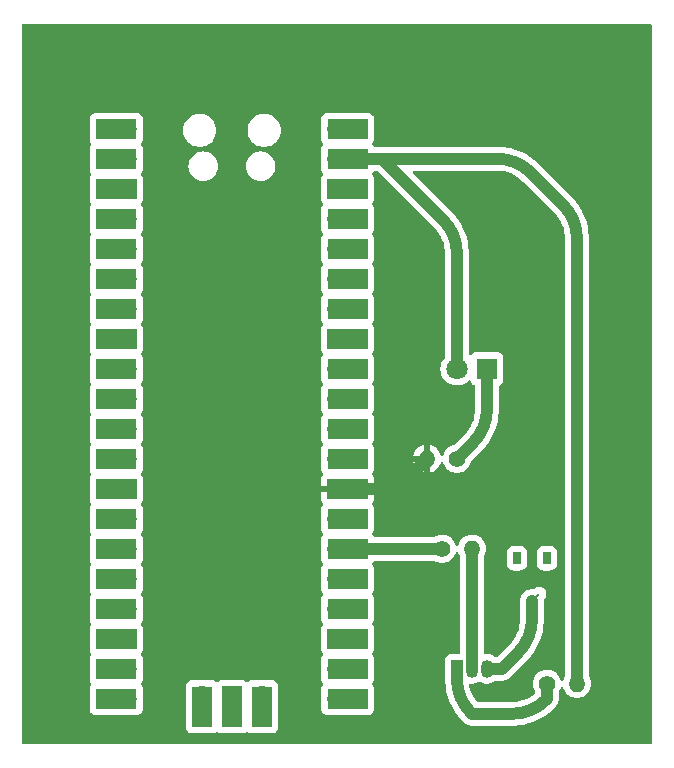
<source format=gbr>
%TF.GenerationSoftware,KiCad,Pcbnew,8.0.0*%
%TF.CreationDate,2024-03-27T17:24:56-03:00*%
%TF.ProjectId,Ponderada_S6,506f6e64-6572-4616-9461-5f53362e6b69,rev?*%
%TF.SameCoordinates,Original*%
%TF.FileFunction,Copper,L1,Top*%
%TF.FilePolarity,Positive*%
%FSLAX46Y46*%
G04 Gerber Fmt 4.6, Leading zero omitted, Abs format (unit mm)*
G04 Created by KiCad (PCBNEW 8.0.0) date 2024-03-27 17:24:56*
%MOMM*%
%LPD*%
G01*
G04 APERTURE LIST*
G04 Aperture macros list*
%AMRoundRect*
0 Rectangle with rounded corners*
0 $1 Rounding radius*
0 $2 $3 $4 $5 $6 $7 $8 $9 X,Y pos of 4 corners*
0 Add a 4 corners polygon primitive as box body*
4,1,4,$2,$3,$4,$5,$6,$7,$8,$9,$2,$3,0*
0 Add four circle primitives for the rounded corners*
1,1,$1+$1,$2,$3*
1,1,$1+$1,$4,$5*
1,1,$1+$1,$6,$7*
1,1,$1+$1,$8,$9*
0 Add four rect primitives between the rounded corners*
20,1,$1+$1,$2,$3,$4,$5,0*
20,1,$1+$1,$4,$5,$6,$7,0*
20,1,$1+$1,$6,$7,$8,$9,0*
20,1,$1+$1,$8,$9,$2,$3,0*%
G04 Aperture macros list end*
%TA.AperFunction,ComponentPad*%
%ADD10R,1.800000X1.800000*%
%TD*%
%TA.AperFunction,ComponentPad*%
%ADD11C,1.800000*%
%TD*%
%TA.AperFunction,ComponentPad*%
%ADD12C,1.400000*%
%TD*%
%TA.AperFunction,ComponentPad*%
%ADD13O,1.400000X1.400000*%
%TD*%
%TA.AperFunction,SMDPad,CuDef*%
%ADD14RoundRect,0.150000X0.150000X0.275000X-0.150000X0.275000X-0.150000X-0.275000X0.150000X-0.275000X0*%
%TD*%
%TA.AperFunction,SMDPad,CuDef*%
%ADD15RoundRect,0.187500X0.187500X0.362500X-0.187500X0.362500X-0.187500X-0.362500X0.187500X-0.362500X0*%
%TD*%
%TA.AperFunction,ComponentPad*%
%ADD16R,1.050000X1.500000*%
%TD*%
%TA.AperFunction,ComponentPad*%
%ADD17O,1.050000X1.500000*%
%TD*%
%TA.AperFunction,ComponentPad*%
%ADD18O,1.700000X1.700000*%
%TD*%
%TA.AperFunction,SMDPad,CuDef*%
%ADD19R,3.500000X1.700000*%
%TD*%
%TA.AperFunction,ComponentPad*%
%ADD20R,1.700000X1.700000*%
%TD*%
%TA.AperFunction,SMDPad,CuDef*%
%ADD21R,1.700000X3.500000*%
%TD*%
%TA.AperFunction,Conductor*%
%ADD22C,1.000000*%
%TD*%
%TA.AperFunction,Conductor*%
%ADD23C,0.200000*%
%TD*%
G04 APERTURE END LIST*
D10*
%TO.P,D1,1,K*%
%TO.N,Net-(D1-K)*%
X100330000Y-109220000D03*
D11*
%TO.P,D1,2,A*%
%TO.N,VCC*%
X97790000Y-109220000D03*
%TD*%
D12*
%TO.P,R3,1*%
%TO.N,Net-(Q1-C)*%
X105410000Y-135890000D03*
D13*
%TO.P,R3,2*%
%TO.N,VCC*%
X107950000Y-135890000D03*
%TD*%
D14*
%TO.P,J1,1,Pin_1*%
%TO.N,Net-(J1-Pin_1)*%
X104140000Y-128875000D03*
D15*
%TO.P,J1,MP,MountPin*%
%TO.N,unconnected-(J1-MountPin-PadMP)*%
X105415000Y-125250000D03*
X102865000Y-125250000D03*
%TD*%
D12*
%TO.P,R2,1*%
%TO.N,Net-(U1-GPIO20)*%
X96520000Y-124460000D03*
D13*
%TO.P,R2,2*%
%TO.N,Net-(Q1-B)*%
X99060000Y-124460000D03*
%TD*%
D12*
%TO.P,R1,1*%
%TO.N,Net-(D1-K)*%
X97790000Y-116840000D03*
D13*
%TO.P,R1,2*%
%TO.N,GND*%
X95250000Y-116840000D03*
%TD*%
D16*
%TO.P,Q1,1,C*%
%TO.N,Net-(Q1-C)*%
X97790000Y-134620000D03*
D17*
%TO.P,Q1,2,B*%
%TO.N,Net-(Q1-B)*%
X99060000Y-134620000D03*
%TO.P,Q1,3,E*%
%TO.N,Net-(J1-Pin_1)*%
X100330000Y-134620000D03*
%TD*%
D18*
%TO.P,U1,1,GPIO0*%
%TO.N,unconnected-(U1-GPIO0-Pad1)*%
X69850000Y-88900000D03*
D19*
X68950000Y-88900000D03*
D18*
%TO.P,U1,2,GPIO1*%
%TO.N,unconnected-(U1-GPIO1-Pad2)*%
X69850000Y-91440000D03*
D19*
X68950000Y-91440000D03*
D20*
%TO.P,U1,3,GND*%
%TO.N,unconnected-(U1-GND-Pad3)*%
X69850000Y-93980000D03*
D19*
X68950000Y-93980000D03*
D18*
%TO.P,U1,4,GPIO2*%
%TO.N,unconnected-(U1-GPIO2-Pad4)*%
X69850000Y-96520000D03*
D19*
X68950000Y-96520000D03*
D18*
%TO.P,U1,5,GPIO3*%
%TO.N,unconnected-(U1-GPIO3-Pad5)*%
X69850000Y-99060000D03*
D19*
X68950000Y-99060000D03*
D18*
%TO.P,U1,6,GPIO4*%
%TO.N,unconnected-(U1-GPIO4-Pad6)*%
X69850000Y-101600000D03*
D19*
X68950000Y-101600000D03*
D18*
%TO.P,U1,7,GPIO5*%
%TO.N,unconnected-(U1-GPIO5-Pad7)*%
X69850000Y-104140000D03*
D19*
X68950000Y-104140000D03*
D20*
%TO.P,U1,8,GND*%
%TO.N,unconnected-(U1-GND-Pad8)*%
X69850000Y-106680000D03*
D19*
X68950000Y-106680000D03*
D18*
%TO.P,U1,9,GPIO6*%
%TO.N,unconnected-(U1-GPIO6-Pad9)*%
X69850000Y-109220000D03*
D19*
X68950000Y-109220000D03*
D18*
%TO.P,U1,10,GPIO7*%
%TO.N,unconnected-(U1-GPIO7-Pad10)*%
X69850000Y-111760000D03*
D19*
X68950000Y-111760000D03*
D18*
%TO.P,U1,11,GPIO8*%
%TO.N,unconnected-(U1-GPIO8-Pad11)*%
X69850000Y-114300000D03*
D19*
X68950000Y-114300000D03*
D18*
%TO.P,U1,12,GPIO9*%
%TO.N,unconnected-(U1-GPIO9-Pad12)*%
X69850000Y-116840000D03*
D19*
X68950000Y-116840000D03*
D20*
%TO.P,U1,13,GND*%
%TO.N,unconnected-(U1-GND-Pad13)*%
X69850000Y-119380000D03*
D19*
X68950000Y-119380000D03*
D18*
%TO.P,U1,14,GPIO10*%
%TO.N,unconnected-(U1-GPIO10-Pad14)*%
X69850000Y-121920000D03*
D19*
X68950000Y-121920000D03*
D18*
%TO.P,U1,15,GPIO11*%
%TO.N,unconnected-(U1-GPIO11-Pad15)*%
X69850000Y-124460000D03*
D19*
X68950000Y-124460000D03*
D18*
%TO.P,U1,16,GPIO12*%
%TO.N,unconnected-(U1-GPIO12-Pad16)*%
X69850000Y-127000000D03*
D19*
X68950000Y-127000000D03*
D18*
%TO.P,U1,17,GPIO13*%
%TO.N,unconnected-(U1-GPIO13-Pad17)*%
X69850000Y-129540000D03*
D19*
X68950000Y-129540000D03*
D20*
%TO.P,U1,18,GND*%
%TO.N,unconnected-(U1-GND-Pad18)*%
X69850000Y-132080000D03*
D19*
X68950000Y-132080000D03*
D18*
%TO.P,U1,19,GPIO14*%
%TO.N,unconnected-(U1-GPIO14-Pad19)*%
X69850000Y-134620000D03*
D19*
X68950000Y-134620000D03*
D18*
%TO.P,U1,20,GPIO15*%
%TO.N,unconnected-(U1-GPIO15-Pad20)*%
X69850000Y-137160000D03*
D19*
X68950000Y-137160000D03*
D18*
%TO.P,U1,21,GPIO16*%
%TO.N,unconnected-(U1-GPIO16-Pad21)*%
X87630000Y-137160000D03*
D19*
X88530000Y-137160000D03*
D18*
%TO.P,U1,22,GPIO17*%
%TO.N,unconnected-(U1-GPIO17-Pad22)*%
X87630000Y-134620000D03*
D19*
X88530000Y-134620000D03*
D20*
%TO.P,U1,23,GND*%
%TO.N,unconnected-(U1-GND-Pad23)*%
X87630000Y-132080000D03*
D19*
X88530000Y-132080000D03*
D18*
%TO.P,U1,24,GPIO18*%
%TO.N,unconnected-(U1-GPIO18-Pad24)*%
X87630000Y-129540000D03*
D19*
X88530000Y-129540000D03*
D18*
%TO.P,U1,25,GPIO19*%
%TO.N,unconnected-(U1-GPIO19-Pad25)*%
X87630000Y-127000000D03*
D19*
X88530000Y-127000000D03*
D18*
%TO.P,U1,26,GPIO20*%
%TO.N,Net-(U1-GPIO20)*%
X87630000Y-124460000D03*
D19*
X88530000Y-124460000D03*
D18*
%TO.P,U1,27,GPIO21*%
%TO.N,unconnected-(U1-GPIO21-Pad27)*%
X87630000Y-121920000D03*
D19*
X88530000Y-121920000D03*
D20*
%TO.P,U1,28,GND*%
%TO.N,GND*%
X87630000Y-119380000D03*
D19*
X88530000Y-119380000D03*
D18*
%TO.P,U1,29,GPIO22*%
%TO.N,unconnected-(U1-GPIO22-Pad29)*%
X87630000Y-116840000D03*
D19*
X88530000Y-116840000D03*
D18*
%TO.P,U1,30,RUN*%
%TO.N,unconnected-(U1-RUN-Pad30)*%
X87630000Y-114300000D03*
D19*
X88530000Y-114300000D03*
D18*
%TO.P,U1,31,GPIO26_ADC0*%
%TO.N,unconnected-(U1-GPIO26_ADC0-Pad31)*%
X87630000Y-111760000D03*
D19*
X88530000Y-111760000D03*
D18*
%TO.P,U1,32,GPIO27_ADC1*%
%TO.N,unconnected-(U1-GPIO27_ADC1-Pad32)*%
X87630000Y-109220000D03*
D19*
X88530000Y-109220000D03*
D20*
%TO.P,U1,33,AGND*%
%TO.N,unconnected-(U1-AGND-Pad33)*%
X87630000Y-106680000D03*
D19*
X88530000Y-106680000D03*
D18*
%TO.P,U1,34,GPIO28_ADC2*%
%TO.N,unconnected-(U1-GPIO28_ADC2-Pad34)*%
X87630000Y-104140000D03*
D19*
X88530000Y-104140000D03*
D18*
%TO.P,U1,35,ADC_VREF*%
%TO.N,unconnected-(U1-ADC_VREF-Pad35)*%
X87630000Y-101600000D03*
D19*
X88530000Y-101600000D03*
D18*
%TO.P,U1,36,3V3*%
%TO.N,unconnected-(U1-3V3-Pad36)*%
X87630000Y-99060000D03*
D19*
X88530000Y-99060000D03*
D18*
%TO.P,U1,37,3V3_EN*%
%TO.N,unconnected-(U1-3V3_EN-Pad37)*%
X87630000Y-96520000D03*
D19*
X88530000Y-96520000D03*
D20*
%TO.P,U1,38,GND*%
%TO.N,unconnected-(U1-GND-Pad38)*%
X87630000Y-93980000D03*
D19*
X88530000Y-93980000D03*
D18*
%TO.P,U1,39,VSYS*%
%TO.N,VCC*%
X87630000Y-91440000D03*
D19*
X88530000Y-91440000D03*
D18*
%TO.P,U1,40,VBUS*%
%TO.N,unconnected-(U1-VBUS-Pad40)*%
X87630000Y-88900000D03*
D19*
X88530000Y-88900000D03*
D18*
%TO.P,U1,41,SWCLK*%
%TO.N,unconnected-(U1-SWCLK-Pad41)*%
X76200000Y-136930000D03*
D21*
X76200000Y-137830000D03*
D20*
%TO.P,U1,42,GND*%
%TO.N,unconnected-(U1-GND-Pad42)*%
X78740000Y-136930000D03*
D21*
X78740000Y-137830000D03*
D18*
%TO.P,U1,43,SWDIO*%
%TO.N,unconnected-(U1-SWDIO-Pad43)*%
X81280000Y-136930000D03*
D21*
X81280000Y-137830000D03*
%TD*%
D22*
%TO.N,Net-(Q1-C)*%
X102483146Y-138430000D02*
G75*
G03*
X105311550Y-137258404I-46J4000000D01*
G01*
X98961573Y-138331573D02*
G75*
G02*
X97789968Y-135503146I2828427J2828473D01*
G01*
%TO.N,Net-(J1-Pin_1)*%
X104140000Y-130423146D02*
G75*
G02*
X102968404Y-133251550I-4000000J46D01*
G01*
%TO.N,GND*%
X91053146Y-119380000D02*
G75*
G03*
X93881550Y-118208404I-46J4000000D01*
G01*
%TO.N,Net-(D1-K)*%
X100330000Y-112643146D02*
G75*
G02*
X99158404Y-115471550I-4000000J46D01*
G01*
%TO.N,VCC*%
X97790000Y-99446854D02*
G75*
G03*
X96618404Y-96618450I-4000000J-46D01*
G01*
X106778427Y-95348427D02*
G75*
G02*
X107950032Y-98176854I-2828427J-2828473D01*
G01*
X101213146Y-91440000D02*
G75*
G02*
X104041550Y-92611596I-46J-4000000D01*
G01*
X101213146Y-91440000D02*
X87630000Y-91440000D01*
X107950000Y-135890000D02*
X107950000Y-98176854D01*
X106778427Y-95348427D02*
X104041573Y-92611573D01*
%TO.N,Net-(Q1-C)*%
X99060000Y-138430000D02*
X102483146Y-138430000D01*
X105311573Y-137258427D02*
X105410000Y-137160000D01*
X97790000Y-134620000D02*
X97790000Y-135503146D01*
X98961573Y-138331573D02*
X99060000Y-138430000D01*
X105410000Y-137160000D02*
X105410000Y-135890000D01*
%TO.N,VCC*%
X97790000Y-109220000D02*
X97790000Y-99446854D01*
%TO.N,Net-(J1-Pin_1)*%
X104140000Y-130423146D02*
X104140000Y-128875000D01*
X101600000Y-134620000D02*
X102968427Y-133251573D01*
X100330000Y-134620000D02*
X101600000Y-134620000D01*
D23*
X104140000Y-128875000D02*
X104745000Y-128270000D01*
%TO.N,VCC*%
X91440000Y-91440000D02*
X87630000Y-91440000D01*
D22*
X96618427Y-96618427D02*
X91440000Y-91440000D01*
%TO.N,Net-(D1-K)*%
X97790000Y-116840000D02*
X99158427Y-115471573D01*
X100330000Y-112643146D02*
X100330000Y-109220000D01*
%TO.N,GND*%
X93881573Y-118208427D02*
X95250000Y-116840000D01*
X87630000Y-119380000D02*
X91053146Y-119380000D01*
%TO.N,Net-(Q1-B)*%
X99060000Y-124460000D02*
X99060000Y-134620000D01*
%TO.N,Net-(U1-GPIO20)*%
X87630000Y-124460000D02*
X96520000Y-124460000D01*
%TD*%
%TA.AperFunction,Conductor*%
%TO.N,GND*%
G36*
X91041257Y-92460185D02*
G01*
X91061899Y-92476819D01*
X95842298Y-97257219D01*
X95842305Y-97257227D01*
X95908828Y-97323750D01*
X95913024Y-97328157D01*
X96104559Y-97539480D01*
X96112279Y-97548886D01*
X96280374Y-97775532D01*
X96287135Y-97785650D01*
X96432208Y-98027684D01*
X96437944Y-98038416D01*
X96558589Y-98293492D01*
X96563246Y-98304735D01*
X96658310Y-98570413D01*
X96661842Y-98582057D01*
X96730410Y-98855781D01*
X96732785Y-98867717D01*
X96774190Y-99146834D01*
X96775383Y-99158943D01*
X96789351Y-99443181D01*
X96789500Y-99449267D01*
X96789500Y-108190621D01*
X96769815Y-108257660D01*
X96756730Y-108274603D01*
X96681022Y-108356844D01*
X96681020Y-108356846D01*
X96554075Y-108551151D01*
X96460842Y-108763699D01*
X96403866Y-108988691D01*
X96403864Y-108988702D01*
X96384700Y-109219993D01*
X96384700Y-109220006D01*
X96403864Y-109451297D01*
X96403866Y-109451308D01*
X96460842Y-109676300D01*
X96554075Y-109888848D01*
X96681016Y-110083147D01*
X96681019Y-110083151D01*
X96681021Y-110083153D01*
X96838216Y-110253913D01*
X96838219Y-110253915D01*
X96838222Y-110253918D01*
X97021365Y-110396464D01*
X97021371Y-110396468D01*
X97021374Y-110396470D01*
X97225497Y-110506936D01*
X97339487Y-110546068D01*
X97445015Y-110582297D01*
X97445017Y-110582297D01*
X97445019Y-110582298D01*
X97673951Y-110620500D01*
X97673952Y-110620500D01*
X97906048Y-110620500D01*
X97906049Y-110620500D01*
X98134981Y-110582298D01*
X98354503Y-110506936D01*
X98558626Y-110396470D01*
X98741784Y-110253913D01*
X98750130Y-110244846D01*
X98810010Y-110208854D01*
X98879849Y-110210949D01*
X98937468Y-110250469D01*
X98957544Y-110285491D01*
X98986203Y-110362330D01*
X98986206Y-110362335D01*
X99072452Y-110477544D01*
X99072455Y-110477547D01*
X99187664Y-110563793D01*
X99187669Y-110563796D01*
X99248833Y-110586608D01*
X99304766Y-110628478D01*
X99329184Y-110693942D01*
X99329500Y-110702790D01*
X99329500Y-112640080D01*
X99329351Y-112646166D01*
X99315351Y-112931052D01*
X99314158Y-112943162D01*
X99272753Y-113222277D01*
X99270379Y-113234212D01*
X99201813Y-113507932D01*
X99198280Y-113519577D01*
X99103216Y-113785253D01*
X99098559Y-113796495D01*
X98977916Y-114051568D01*
X98972180Y-114062300D01*
X98827105Y-114304336D01*
X98820344Y-114314453D01*
X98652259Y-114541087D01*
X98644539Y-114550494D01*
X98452564Y-114762302D01*
X98448369Y-114766709D01*
X98417041Y-114798037D01*
X98385416Y-114829662D01*
X98385411Y-114829667D01*
X98383430Y-114831649D01*
X98383429Y-114831649D01*
X97579009Y-115636069D01*
X97517686Y-115669554D01*
X97514115Y-115670276D01*
X97460068Y-115680380D01*
X97460060Y-115680382D01*
X97252601Y-115760751D01*
X97252595Y-115760754D01*
X97063439Y-115877874D01*
X97063437Y-115877876D01*
X96899020Y-116027761D01*
X96764943Y-116205308D01*
X96764938Y-116205316D01*
X96665775Y-116404461D01*
X96665770Y-116404474D01*
X96639006Y-116498540D01*
X96601726Y-116557633D01*
X96538417Y-116587190D01*
X96469177Y-116577828D01*
X96415991Y-116532518D01*
X96400473Y-116498538D01*
X96373760Y-116404650D01*
X96274631Y-116205574D01*
X96140608Y-116028099D01*
X95976261Y-115878278D01*
X95787179Y-115761202D01*
X95787177Y-115761201D01*
X95579799Y-115680864D01*
X95500000Y-115665946D01*
X95500000Y-116595025D01*
X95464905Y-116559930D01*
X95385095Y-116513852D01*
X95296078Y-116490000D01*
X95203922Y-116490000D01*
X95114905Y-116513852D01*
X95035095Y-116559930D01*
X94969930Y-116625095D01*
X94923852Y-116704905D01*
X94900000Y-116793922D01*
X94900000Y-116886078D01*
X94923852Y-116975095D01*
X94969930Y-117054905D01*
X95035095Y-117120070D01*
X95114905Y-117166148D01*
X95203922Y-117190000D01*
X95296078Y-117190000D01*
X95385095Y-117166148D01*
X95464905Y-117120070D01*
X95500000Y-117084975D01*
X95500000Y-118014052D01*
X95579804Y-117999135D01*
X95787177Y-117918798D01*
X95787179Y-117918797D01*
X95976261Y-117801721D01*
X96140608Y-117651900D01*
X96274631Y-117474425D01*
X96373760Y-117275349D01*
X96400473Y-117181461D01*
X96437752Y-117122367D01*
X96501061Y-117092809D01*
X96570301Y-117102170D01*
X96623488Y-117147480D01*
X96639006Y-117181459D01*
X96665770Y-117275525D01*
X96665775Y-117275538D01*
X96764938Y-117474683D01*
X96764943Y-117474691D01*
X96899020Y-117652238D01*
X97063437Y-117802123D01*
X97063439Y-117802125D01*
X97252595Y-117919245D01*
X97252596Y-117919245D01*
X97252599Y-117919247D01*
X97460060Y-117999618D01*
X97678757Y-118040500D01*
X97678759Y-118040500D01*
X97901241Y-118040500D01*
X97901243Y-118040500D01*
X98119940Y-117999618D01*
X98327401Y-117919247D01*
X98516562Y-117802124D01*
X98680981Y-117652236D01*
X98815058Y-117474689D01*
X98914229Y-117275528D01*
X98963013Y-117104064D01*
X98994596Y-117050322D01*
X99849076Y-116195844D01*
X99865882Y-116179039D01*
X99865881Y-116179038D01*
X99902192Y-116142729D01*
X99902201Y-116142719D01*
X99939750Y-116105170D01*
X99940175Y-116104700D01*
X100004771Y-116040106D01*
X100004771Y-116040105D01*
X100004785Y-116040092D01*
X100259980Y-115741302D01*
X100490947Y-115423410D01*
X100696260Y-115088376D01*
X100874653Y-114738267D01*
X101025028Y-114375241D01*
X101146457Y-114001535D01*
X101238190Y-113619454D01*
X101299664Y-113231354D01*
X101330498Y-112839627D01*
X101330498Y-112753528D01*
X101330500Y-112753507D01*
X101330500Y-112631401D01*
X101330501Y-112550448D01*
X101330500Y-112550442D01*
X101330500Y-110702790D01*
X101350185Y-110635751D01*
X101402989Y-110589996D01*
X101411146Y-110586616D01*
X101472331Y-110563796D01*
X101587546Y-110477546D01*
X101673796Y-110362331D01*
X101724091Y-110227483D01*
X101730500Y-110167873D01*
X101730499Y-108272128D01*
X101724091Y-108212517D01*
X101715924Y-108190621D01*
X101673797Y-108077671D01*
X101673793Y-108077664D01*
X101587547Y-107962455D01*
X101587544Y-107962452D01*
X101472335Y-107876206D01*
X101472328Y-107876202D01*
X101337482Y-107825908D01*
X101337483Y-107825908D01*
X101277883Y-107819501D01*
X101277881Y-107819500D01*
X101277873Y-107819500D01*
X101277864Y-107819500D01*
X99382129Y-107819500D01*
X99382123Y-107819501D01*
X99322516Y-107825908D01*
X99187671Y-107876202D01*
X99187664Y-107876206D01*
X99072455Y-107962452D01*
X99013766Y-108040850D01*
X98957832Y-108082720D01*
X98888140Y-108087704D01*
X98826817Y-108054218D01*
X98793333Y-107992894D01*
X98790500Y-107966538D01*
X98790500Y-99539557D01*
X98790501Y-99539552D01*
X98790500Y-99498237D01*
X98790532Y-99498126D01*
X98790530Y-99250377D01*
X98790530Y-99250372D01*
X98759695Y-98858642D01*
X98698222Y-98470540D01*
X98606487Y-98088456D01*
X98485058Y-97714748D01*
X98334682Y-97351720D01*
X98334679Y-97351714D01*
X98334677Y-97351709D01*
X98156293Y-97001617D01*
X98156286Y-97001605D01*
X98044049Y-96818456D01*
X97950973Y-96666573D01*
X97720005Y-96348678D01*
X97464808Y-96049886D01*
X97464799Y-96049877D01*
X97395345Y-95980423D01*
X97395340Y-95980419D01*
X94067101Y-92652181D01*
X94033616Y-92590858D01*
X94038600Y-92521166D01*
X94080472Y-92465233D01*
X94145936Y-92440816D01*
X94154782Y-92440500D01*
X101210080Y-92440500D01*
X101216166Y-92440649D01*
X101501053Y-92454648D01*
X101513160Y-92455840D01*
X101792292Y-92497249D01*
X101804198Y-92499617D01*
X102077942Y-92568189D01*
X102089567Y-92571716D01*
X102355263Y-92666787D01*
X102366484Y-92671435D01*
X102621575Y-92792086D01*
X102632293Y-92797815D01*
X102782200Y-92887668D01*
X102874336Y-92942894D01*
X102884453Y-92949655D01*
X103111094Y-93117745D01*
X103120488Y-93125455D01*
X103246396Y-93239573D01*
X103332302Y-93317435D01*
X103336709Y-93321631D01*
X103403981Y-93388903D01*
X103404003Y-93388923D01*
X106001777Y-95986697D01*
X106001800Y-95986722D01*
X106068828Y-96053749D01*
X106073024Y-96058157D01*
X106264559Y-96269480D01*
X106272279Y-96278886D01*
X106440374Y-96505532D01*
X106447135Y-96515650D01*
X106592208Y-96757684D01*
X106597944Y-96768416D01*
X106718589Y-97023492D01*
X106723246Y-97034735D01*
X106818310Y-97300413D01*
X106821842Y-97312057D01*
X106890410Y-97585781D01*
X106892785Y-97597717D01*
X106934190Y-97876834D01*
X106935383Y-97888943D01*
X106949351Y-98173181D01*
X106949500Y-98179267D01*
X106949500Y-135181229D01*
X106929815Y-135248268D01*
X106925234Y-135254837D01*
X106924944Y-135255305D01*
X106825775Y-135454461D01*
X106825769Y-135454476D01*
X106799266Y-135547627D01*
X106761987Y-135606721D01*
X106698677Y-135636278D01*
X106629438Y-135626916D01*
X106576251Y-135581606D01*
X106560734Y-135547627D01*
X106534230Y-135454476D01*
X106534229Y-135454472D01*
X106534224Y-135454461D01*
X106435061Y-135255316D01*
X106435056Y-135255308D01*
X106300979Y-135077761D01*
X106136562Y-134927876D01*
X106136560Y-134927874D01*
X105947404Y-134810754D01*
X105947398Y-134810752D01*
X105739940Y-134730382D01*
X105521243Y-134689500D01*
X105298757Y-134689500D01*
X105080060Y-134730382D01*
X104948864Y-134781207D01*
X104872601Y-134810752D01*
X104872595Y-134810754D01*
X104683439Y-134927874D01*
X104683437Y-134927876D01*
X104519020Y-135077761D01*
X104384943Y-135255308D01*
X104384938Y-135255316D01*
X104285775Y-135454461D01*
X104285769Y-135454476D01*
X104224885Y-135668462D01*
X104224884Y-135668464D01*
X104204357Y-135889999D01*
X104204357Y-135890000D01*
X104224884Y-136111535D01*
X104224885Y-136111537D01*
X104285769Y-136325523D01*
X104285775Y-136325538D01*
X104384938Y-136524683D01*
X104387959Y-136529561D01*
X104386805Y-136530275D01*
X104409145Y-136589389D01*
X104409500Y-136598769D01*
X104409500Y-136668810D01*
X104389815Y-136735849D01*
X104359367Y-136768407D01*
X104154466Y-136920374D01*
X104144349Y-136927135D01*
X103902315Y-137072208D01*
X103891583Y-137077944D01*
X103636507Y-137198589D01*
X103625264Y-137203246D01*
X103359586Y-137298310D01*
X103347942Y-137301842D01*
X103074218Y-137370410D01*
X103062282Y-137372785D01*
X102783165Y-137414190D01*
X102771056Y-137415383D01*
X102486817Y-137429351D01*
X102480731Y-137429500D01*
X99551190Y-137429500D01*
X99484151Y-137409815D01*
X99451593Y-137379368D01*
X99299625Y-137174467D01*
X99292864Y-137164349D01*
X99224095Y-137049617D01*
X99147787Y-136922308D01*
X99142055Y-136911583D01*
X99021405Y-136656496D01*
X99016753Y-136645264D01*
X99000116Y-136598769D01*
X98921688Y-136379583D01*
X98918157Y-136367942D01*
X98849589Y-136094218D01*
X98847214Y-136082281D01*
X98845046Y-136067668D01*
X98843060Y-136054279D01*
X98836892Y-136012694D01*
X98846527Y-135943492D01*
X98892046Y-135890485D01*
X98958997Y-135870501D01*
X98959550Y-135870500D01*
X99161004Y-135870500D01*
X99161005Y-135870499D01*
X99359127Y-135831091D01*
X99545756Y-135753786D01*
X99626110Y-135700094D01*
X99692786Y-135679217D01*
X99760166Y-135697701D01*
X99763865Y-135700078D01*
X99844244Y-135753786D01*
X100030873Y-135831091D01*
X100228992Y-135870499D01*
X100228996Y-135870500D01*
X100228997Y-135870500D01*
X100431004Y-135870500D01*
X100431005Y-135870499D01*
X100629127Y-135831091D01*
X100815756Y-135753786D01*
X100861615Y-135723144D01*
X100983958Y-135641398D01*
X101050636Y-135620520D01*
X101052849Y-135620500D01*
X101698542Y-135620500D01*
X101717870Y-135616655D01*
X101795188Y-135601275D01*
X101891836Y-135582051D01*
X101945165Y-135559961D01*
X102073914Y-135506632D01*
X102237782Y-135397139D01*
X102377139Y-135257782D01*
X102377140Y-135257779D01*
X102384206Y-135250714D01*
X102384208Y-135250710D01*
X103659076Y-133975844D01*
X103675882Y-133959039D01*
X103675881Y-133959038D01*
X103712192Y-133922729D01*
X103712201Y-133922719D01*
X103749750Y-133885170D01*
X103750175Y-133884700D01*
X103814771Y-133820106D01*
X103814771Y-133820105D01*
X103814785Y-133820092D01*
X104069980Y-133521302D01*
X104300947Y-133203410D01*
X104506260Y-132868376D01*
X104684653Y-132518267D01*
X104835028Y-132155241D01*
X104956457Y-131781535D01*
X105048190Y-131399454D01*
X105109664Y-131011354D01*
X105140498Y-130619627D01*
X105140498Y-130533528D01*
X105140500Y-130533507D01*
X105140500Y-130411401D01*
X105140501Y-130330448D01*
X105140500Y-130330442D01*
X105140500Y-128776459D01*
X105140500Y-128775097D01*
X105160185Y-128708058D01*
X105176820Y-128687415D01*
X105225516Y-128638719D01*
X105225516Y-128638718D01*
X105225519Y-128638716D01*
X105304577Y-128501785D01*
X105345500Y-128349058D01*
X105345500Y-128190943D01*
X105304577Y-128038215D01*
X105225519Y-127901284D01*
X105113716Y-127789481D01*
X105045250Y-127749952D01*
X104976786Y-127710423D01*
X104900421Y-127689961D01*
X104824057Y-127669500D01*
X104665942Y-127669500D01*
X104513214Y-127710423D01*
X104376284Y-127789481D01*
X104376280Y-127789484D01*
X104327582Y-127838182D01*
X104266259Y-127871666D01*
X104239902Y-127874500D01*
X104041457Y-127874500D01*
X103848170Y-127912947D01*
X103848160Y-127912950D01*
X103666092Y-127988364D01*
X103666079Y-127988371D01*
X103502218Y-128097860D01*
X103502214Y-128097863D01*
X103362863Y-128237214D01*
X103362860Y-128237218D01*
X103253371Y-128401079D01*
X103253364Y-128401092D01*
X103177950Y-128583160D01*
X103177947Y-128583170D01*
X103139500Y-128776456D01*
X103139500Y-130420080D01*
X103139351Y-130426166D01*
X103125351Y-130711052D01*
X103124158Y-130723162D01*
X103082753Y-131002277D01*
X103080379Y-131014212D01*
X103011813Y-131287932D01*
X103008280Y-131299577D01*
X102913216Y-131565253D01*
X102908559Y-131576495D01*
X102787916Y-131831568D01*
X102782180Y-131842300D01*
X102637105Y-132084336D01*
X102630344Y-132094453D01*
X102462259Y-132321087D01*
X102454539Y-132330494D01*
X102262564Y-132542302D01*
X102258369Y-132546709D01*
X102227041Y-132578037D01*
X102195416Y-132609662D01*
X102195411Y-132609667D01*
X102193430Y-132611649D01*
X102193429Y-132611649D01*
X102193418Y-132611660D01*
X101221899Y-133583181D01*
X101160576Y-133616666D01*
X101134218Y-133619500D01*
X101052849Y-133619500D01*
X100985810Y-133599815D01*
X100983958Y-133598602D01*
X100815762Y-133486217D01*
X100815752Y-133486212D01*
X100629127Y-133408909D01*
X100629119Y-133408907D01*
X100431007Y-133369500D01*
X100431003Y-133369500D01*
X100228997Y-133369500D01*
X100228996Y-133369500D01*
X100208688Y-133373539D01*
X100139097Y-133367310D01*
X100083921Y-133324446D01*
X100060678Y-133258555D01*
X100060500Y-133251921D01*
X100060500Y-125668114D01*
X101989500Y-125668114D01*
X101995798Y-125737423D01*
X101995799Y-125737428D01*
X102045504Y-125896937D01*
X102045505Y-125896939D01*
X102131935Y-126039913D01*
X102131939Y-126039918D01*
X102250081Y-126158060D01*
X102250086Y-126158064D01*
X102393060Y-126244494D01*
X102393064Y-126244496D01*
X102449486Y-126262077D01*
X102552574Y-126294201D01*
X102621893Y-126300500D01*
X103108106Y-126300499D01*
X103108113Y-126300499D01*
X103156630Y-126296090D01*
X103177426Y-126294201D01*
X103336938Y-126244495D01*
X103410529Y-126200007D01*
X103479913Y-126158064D01*
X103479914Y-126158062D01*
X103479919Y-126158060D01*
X103598060Y-126039919D01*
X103684495Y-125896938D01*
X103734201Y-125737426D01*
X103740499Y-125668114D01*
X104539500Y-125668114D01*
X104545798Y-125737423D01*
X104545799Y-125737428D01*
X104595504Y-125896937D01*
X104595505Y-125896939D01*
X104681935Y-126039913D01*
X104681939Y-126039918D01*
X104800081Y-126158060D01*
X104800086Y-126158064D01*
X104943060Y-126244494D01*
X104943064Y-126244496D01*
X104999486Y-126262077D01*
X105102574Y-126294201D01*
X105171893Y-126300500D01*
X105658106Y-126300499D01*
X105658113Y-126300499D01*
X105706630Y-126296090D01*
X105727426Y-126294201D01*
X105886938Y-126244495D01*
X105960529Y-126200007D01*
X106029913Y-126158064D01*
X106029914Y-126158062D01*
X106029919Y-126158060D01*
X106148060Y-126039919D01*
X106234495Y-125896938D01*
X106284201Y-125737426D01*
X106290500Y-125668107D01*
X106290499Y-124831894D01*
X106290499Y-124831893D01*
X106290499Y-124831885D01*
X106284201Y-124762576D01*
X106284200Y-124762571D01*
X106258948Y-124681536D01*
X106234495Y-124603062D01*
X106234494Y-124603060D01*
X106148064Y-124460086D01*
X106148060Y-124460081D01*
X106029918Y-124341939D01*
X106029913Y-124341935D01*
X105886939Y-124255505D01*
X105886935Y-124255503D01*
X105727426Y-124205799D01*
X105727427Y-124205799D01*
X105710096Y-124204224D01*
X105658107Y-124199500D01*
X105658104Y-124199500D01*
X105171885Y-124199500D01*
X105102576Y-124205798D01*
X105102571Y-124205799D01*
X104943062Y-124255504D01*
X104943060Y-124255505D01*
X104800086Y-124341935D01*
X104800081Y-124341939D01*
X104681939Y-124460081D01*
X104681935Y-124460086D01*
X104595505Y-124603060D01*
X104595503Y-124603064D01*
X104545799Y-124762572D01*
X104539500Y-124831895D01*
X104539500Y-125668114D01*
X103740499Y-125668114D01*
X103740500Y-125668107D01*
X103740499Y-124831894D01*
X103740499Y-124831893D01*
X103740499Y-124831885D01*
X103734201Y-124762576D01*
X103734200Y-124762571D01*
X103708948Y-124681536D01*
X103684495Y-124603062D01*
X103684494Y-124603060D01*
X103598064Y-124460086D01*
X103598060Y-124460081D01*
X103479918Y-124341939D01*
X103479913Y-124341935D01*
X103336939Y-124255505D01*
X103336935Y-124255503D01*
X103177426Y-124205799D01*
X103177427Y-124205799D01*
X103160096Y-124204224D01*
X103108107Y-124199500D01*
X103108104Y-124199500D01*
X102621885Y-124199500D01*
X102552576Y-124205798D01*
X102552571Y-124205799D01*
X102393062Y-124255504D01*
X102393060Y-124255505D01*
X102250086Y-124341935D01*
X102250081Y-124341939D01*
X102131939Y-124460081D01*
X102131935Y-124460086D01*
X102045505Y-124603060D01*
X102045503Y-124603064D01*
X101995799Y-124762572D01*
X101989500Y-124831895D01*
X101989500Y-125668114D01*
X100060500Y-125668114D01*
X100060500Y-125168769D01*
X100080185Y-125101730D01*
X100084761Y-125095167D01*
X100085056Y-125094691D01*
X100085058Y-125094689D01*
X100184229Y-124895528D01*
X100245115Y-124681536D01*
X100265643Y-124460000D01*
X100260678Y-124406423D01*
X100245115Y-124238464D01*
X100245114Y-124238462D01*
X100235820Y-124205798D01*
X100184229Y-124024472D01*
X100184224Y-124024461D01*
X100085061Y-123825316D01*
X100085056Y-123825308D01*
X99950979Y-123647761D01*
X99786562Y-123497876D01*
X99786560Y-123497874D01*
X99597404Y-123380754D01*
X99597398Y-123380752D01*
X99389940Y-123300382D01*
X99171243Y-123259500D01*
X98948757Y-123259500D01*
X98730060Y-123300382D01*
X98598864Y-123351207D01*
X98522601Y-123380752D01*
X98522595Y-123380754D01*
X98333439Y-123497874D01*
X98333437Y-123497876D01*
X98169020Y-123647761D01*
X98034943Y-123825308D01*
X98034938Y-123825316D01*
X97935775Y-124024461D01*
X97935769Y-124024476D01*
X97909266Y-124117627D01*
X97871987Y-124176721D01*
X97808677Y-124206278D01*
X97739438Y-124196916D01*
X97686251Y-124151606D01*
X97670734Y-124117627D01*
X97644230Y-124024476D01*
X97644229Y-124024472D01*
X97644224Y-124024461D01*
X97545061Y-123825316D01*
X97545056Y-123825308D01*
X97410979Y-123647761D01*
X97246562Y-123497876D01*
X97246560Y-123497874D01*
X97057404Y-123380754D01*
X97057398Y-123380752D01*
X96849940Y-123300382D01*
X96631243Y-123259500D01*
X96408757Y-123259500D01*
X96190060Y-123300382D01*
X96058864Y-123351207D01*
X95982601Y-123380752D01*
X95982595Y-123380754D01*
X95885414Y-123440927D01*
X95820137Y-123459500D01*
X90844141Y-123459500D01*
X90777102Y-123439815D01*
X90731347Y-123387011D01*
X90727969Y-123378859D01*
X90723796Y-123367669D01*
X90646421Y-123264309D01*
X90622004Y-123198848D01*
X90636855Y-123130575D01*
X90646416Y-123115696D01*
X90723796Y-123012331D01*
X90774091Y-122877483D01*
X90780500Y-122817873D01*
X90780499Y-121022128D01*
X90774091Y-120962517D01*
X90723796Y-120827669D01*
X90646109Y-120723893D01*
X90621692Y-120658430D01*
X90636543Y-120590157D01*
X90646110Y-120575271D01*
X90723352Y-120472089D01*
X90723354Y-120472086D01*
X90773596Y-120337379D01*
X90773598Y-120337372D01*
X90779999Y-120277844D01*
X90780000Y-120277827D01*
X90780000Y-119630000D01*
X88074560Y-119630000D01*
X88105245Y-119576853D01*
X88140000Y-119447143D01*
X88140000Y-119312857D01*
X88105245Y-119183147D01*
X88074560Y-119130000D01*
X90780000Y-119130000D01*
X90780000Y-118482172D01*
X90779999Y-118482155D01*
X90773598Y-118422627D01*
X90773596Y-118422620D01*
X90723354Y-118287913D01*
X90723352Y-118287910D01*
X90646110Y-118184729D01*
X90621692Y-118119265D01*
X90636543Y-118050992D01*
X90646105Y-118036111D01*
X90723796Y-117932331D01*
X90774091Y-117797483D01*
X90780500Y-117737873D01*
X90780499Y-117090000D01*
X94073505Y-117090000D01*
X94126239Y-117275349D01*
X94225368Y-117474425D01*
X94359391Y-117651900D01*
X94523738Y-117801721D01*
X94712820Y-117918797D01*
X94712822Y-117918798D01*
X94920195Y-117999135D01*
X95000000Y-118014052D01*
X95000000Y-117090000D01*
X94073505Y-117090000D01*
X90780499Y-117090000D01*
X90780499Y-116590000D01*
X94073505Y-116590000D01*
X95000000Y-116590000D01*
X95000000Y-115665946D01*
X94920200Y-115680864D01*
X94712822Y-115761201D01*
X94712820Y-115761202D01*
X94523738Y-115878278D01*
X94359391Y-116028099D01*
X94225368Y-116205574D01*
X94126239Y-116404650D01*
X94073505Y-116590000D01*
X90780499Y-116590000D01*
X90780499Y-115942128D01*
X90774091Y-115882517D01*
X90772359Y-115877874D01*
X90723797Y-115747671D01*
X90723795Y-115747668D01*
X90719034Y-115741308D01*
X90646421Y-115644309D01*
X90622004Y-115578848D01*
X90636855Y-115510575D01*
X90646416Y-115495696D01*
X90723796Y-115392331D01*
X90774091Y-115257483D01*
X90780500Y-115197873D01*
X90780499Y-113402128D01*
X90774091Y-113342517D01*
X90732627Y-113231347D01*
X90723797Y-113207671D01*
X90723795Y-113207668D01*
X90646421Y-113104309D01*
X90622004Y-113038848D01*
X90636855Y-112970575D01*
X90646416Y-112955696D01*
X90723796Y-112852331D01*
X90774091Y-112717483D01*
X90780500Y-112657873D01*
X90780499Y-110862128D01*
X90774091Y-110802517D01*
X90736895Y-110702790D01*
X90723797Y-110667671D01*
X90723795Y-110667668D01*
X90699902Y-110635751D01*
X90646421Y-110564309D01*
X90622004Y-110498848D01*
X90636855Y-110430575D01*
X90646416Y-110415696D01*
X90723796Y-110312331D01*
X90774091Y-110177483D01*
X90780500Y-110117873D01*
X90780499Y-108322128D01*
X90774091Y-108262517D01*
X90772279Y-108257660D01*
X90723797Y-108127671D01*
X90723795Y-108127668D01*
X90686367Y-108077671D01*
X90646421Y-108024309D01*
X90622004Y-107958848D01*
X90636855Y-107890575D01*
X90646416Y-107875696D01*
X90723796Y-107772331D01*
X90774091Y-107637483D01*
X90780500Y-107577873D01*
X90780499Y-105782128D01*
X90774091Y-105722517D01*
X90723796Y-105587669D01*
X90646421Y-105484309D01*
X90622004Y-105418848D01*
X90636855Y-105350575D01*
X90646416Y-105335696D01*
X90723796Y-105232331D01*
X90774091Y-105097483D01*
X90780500Y-105037873D01*
X90780499Y-103242128D01*
X90774091Y-103182517D01*
X90723796Y-103047669D01*
X90646421Y-102944309D01*
X90622004Y-102878848D01*
X90636855Y-102810575D01*
X90646416Y-102795696D01*
X90723796Y-102692331D01*
X90774091Y-102557483D01*
X90780500Y-102497873D01*
X90780499Y-100702128D01*
X90774091Y-100642517D01*
X90723796Y-100507669D01*
X90646421Y-100404309D01*
X90622004Y-100338848D01*
X90636855Y-100270575D01*
X90646416Y-100255696D01*
X90723796Y-100152331D01*
X90774091Y-100017483D01*
X90780500Y-99957873D01*
X90780499Y-98162128D01*
X90774091Y-98102517D01*
X90723796Y-97967669D01*
X90646421Y-97864309D01*
X90622004Y-97798848D01*
X90636855Y-97730575D01*
X90646416Y-97715696D01*
X90723796Y-97612331D01*
X90774091Y-97477483D01*
X90780500Y-97417873D01*
X90780499Y-95622128D01*
X90774091Y-95562517D01*
X90723796Y-95427669D01*
X90646421Y-95324309D01*
X90622004Y-95258848D01*
X90636855Y-95190575D01*
X90646416Y-95175696D01*
X90723796Y-95072331D01*
X90774091Y-94937483D01*
X90780500Y-94877873D01*
X90780499Y-93082128D01*
X90774091Y-93022517D01*
X90773748Y-93021598D01*
X90723797Y-92887671D01*
X90723795Y-92887668D01*
X90708231Y-92866877D01*
X90646421Y-92784309D01*
X90622004Y-92718848D01*
X90636855Y-92650575D01*
X90646416Y-92635696D01*
X90723796Y-92532331D01*
X90727960Y-92521165D01*
X90769829Y-92465234D01*
X90835293Y-92440816D01*
X90844141Y-92440500D01*
X90974218Y-92440500D01*
X91041257Y-92460185D01*
G37*
%TD.AperFunction*%
%TA.AperFunction,Conductor*%
G36*
X114243039Y-80029685D02*
G01*
X114288794Y-80082489D01*
X114300000Y-80134000D01*
X114300000Y-140846000D01*
X114280315Y-140913039D01*
X114227511Y-140958794D01*
X114176000Y-140970000D01*
X61084000Y-140970000D01*
X61016961Y-140950315D01*
X60971206Y-140897511D01*
X60960000Y-140846000D01*
X60960000Y-138057870D01*
X66699500Y-138057870D01*
X66699501Y-138057876D01*
X66705908Y-138117483D01*
X66756202Y-138252328D01*
X66756206Y-138252335D01*
X66842452Y-138367544D01*
X66842455Y-138367547D01*
X66957664Y-138453793D01*
X66957671Y-138453797D01*
X67092517Y-138504091D01*
X67092516Y-138504091D01*
X67099444Y-138504835D01*
X67152127Y-138510500D01*
X69785611Y-138510499D01*
X69796419Y-138510971D01*
X69849999Y-138515659D01*
X69850000Y-138515659D01*
X69850001Y-138515659D01*
X69903580Y-138510971D01*
X69914388Y-138510499D01*
X70747871Y-138510499D01*
X70747872Y-138510499D01*
X70807483Y-138504091D01*
X70942331Y-138453796D01*
X71057546Y-138367546D01*
X71143796Y-138252331D01*
X71194091Y-138117483D01*
X71200500Y-138057873D01*
X71200499Y-137224383D01*
X71200971Y-137213576D01*
X71205659Y-137160000D01*
X71205659Y-137159999D01*
X71200971Y-137106421D01*
X71200499Y-137095613D01*
X71200499Y-136930001D01*
X74844341Y-136930001D01*
X74849028Y-136983574D01*
X74849500Y-136994381D01*
X74849500Y-139627870D01*
X74849501Y-139627876D01*
X74855908Y-139687483D01*
X74906202Y-139822328D01*
X74906206Y-139822335D01*
X74992452Y-139937544D01*
X74992455Y-139937547D01*
X75107664Y-140023793D01*
X75107671Y-140023797D01*
X75242517Y-140074091D01*
X75242516Y-140074091D01*
X75249444Y-140074835D01*
X75302127Y-140080500D01*
X77097872Y-140080499D01*
X77157483Y-140074091D01*
X77292331Y-140023796D01*
X77395690Y-139946421D01*
X77461152Y-139922004D01*
X77529425Y-139936855D01*
X77544303Y-139946416D01*
X77647665Y-140023793D01*
X77647668Y-140023795D01*
X77647671Y-140023797D01*
X77782517Y-140074091D01*
X77782516Y-140074091D01*
X77789444Y-140074835D01*
X77842127Y-140080500D01*
X79637872Y-140080499D01*
X79697483Y-140074091D01*
X79832331Y-140023796D01*
X79935690Y-139946421D01*
X80001152Y-139922004D01*
X80069425Y-139936855D01*
X80084303Y-139946416D01*
X80187665Y-140023793D01*
X80187668Y-140023795D01*
X80187671Y-140023797D01*
X80322517Y-140074091D01*
X80322516Y-140074091D01*
X80329444Y-140074835D01*
X80382127Y-140080500D01*
X82177872Y-140080499D01*
X82237483Y-140074091D01*
X82372331Y-140023796D01*
X82487546Y-139937546D01*
X82573796Y-139822331D01*
X82624091Y-139687483D01*
X82630500Y-139627873D01*
X82630499Y-137160002D01*
X86274341Y-137160002D01*
X86279028Y-137213576D01*
X86279500Y-137224383D01*
X86279500Y-138057870D01*
X86279501Y-138057876D01*
X86285908Y-138117483D01*
X86336202Y-138252328D01*
X86336206Y-138252335D01*
X86422452Y-138367544D01*
X86422455Y-138367547D01*
X86537664Y-138453793D01*
X86537671Y-138453797D01*
X86672517Y-138504091D01*
X86672516Y-138504091D01*
X86679444Y-138504835D01*
X86732127Y-138510500D01*
X87565616Y-138510499D01*
X87576425Y-138510971D01*
X87630000Y-138515659D01*
X87683575Y-138510971D01*
X87694384Y-138510499D01*
X90327871Y-138510499D01*
X90327872Y-138510499D01*
X90387483Y-138504091D01*
X90522331Y-138453796D01*
X90637546Y-138367546D01*
X90723796Y-138252331D01*
X90774091Y-138117483D01*
X90780500Y-138057873D01*
X90780499Y-136262128D01*
X90774091Y-136202517D01*
X90755653Y-136153083D01*
X90723797Y-136067671D01*
X90723795Y-136067668D01*
X90697195Y-136032135D01*
X90646421Y-135964309D01*
X90622004Y-135898848D01*
X90636855Y-135830575D01*
X90646416Y-135815696D01*
X90723796Y-135712331D01*
X90774091Y-135577483D01*
X90780500Y-135517873D01*
X90780499Y-133722128D01*
X90774091Y-133662517D01*
X90761094Y-133627671D01*
X90723797Y-133527671D01*
X90723795Y-133527668D01*
X90719034Y-133521308D01*
X90646421Y-133424309D01*
X90622004Y-133358848D01*
X90636855Y-133290575D01*
X90646416Y-133275696D01*
X90723796Y-133172331D01*
X90774091Y-133037483D01*
X90780500Y-132977873D01*
X90780499Y-131182128D01*
X90774091Y-131122517D01*
X90732627Y-131011347D01*
X90723797Y-130987671D01*
X90723795Y-130987668D01*
X90646421Y-130884309D01*
X90622004Y-130818848D01*
X90636855Y-130750575D01*
X90646416Y-130735696D01*
X90723796Y-130632331D01*
X90774091Y-130497483D01*
X90780500Y-130437873D01*
X90780499Y-128642128D01*
X90774091Y-128582517D01*
X90723796Y-128447669D01*
X90646421Y-128344309D01*
X90622004Y-128278848D01*
X90636855Y-128210575D01*
X90646416Y-128195696D01*
X90723796Y-128092331D01*
X90774091Y-127957483D01*
X90780500Y-127897873D01*
X90780499Y-126102128D01*
X90774091Y-126042517D01*
X90723796Y-125907669D01*
X90646421Y-125804309D01*
X90622004Y-125738848D01*
X90636855Y-125670575D01*
X90646416Y-125655696D01*
X90723796Y-125552331D01*
X90727960Y-125541165D01*
X90769829Y-125485234D01*
X90835293Y-125460816D01*
X90844141Y-125460500D01*
X95820137Y-125460500D01*
X95885414Y-125479073D01*
X95982595Y-125539245D01*
X95982596Y-125539245D01*
X95982599Y-125539247D01*
X96190060Y-125619618D01*
X96408757Y-125660500D01*
X96408759Y-125660500D01*
X96631241Y-125660500D01*
X96631243Y-125660500D01*
X96849940Y-125619618D01*
X97057401Y-125539247D01*
X97246562Y-125422124D01*
X97410981Y-125272236D01*
X97545058Y-125094689D01*
X97644229Y-124895528D01*
X97670734Y-124802371D01*
X97708013Y-124743278D01*
X97771323Y-124713721D01*
X97840562Y-124723083D01*
X97893749Y-124768393D01*
X97909266Y-124802372D01*
X97935769Y-124895523D01*
X97935775Y-124895538D01*
X98034938Y-125094683D01*
X98037959Y-125099561D01*
X98036805Y-125100275D01*
X98059145Y-125159389D01*
X98059500Y-125168769D01*
X98059500Y-133245500D01*
X98039815Y-133312539D01*
X97987011Y-133358294D01*
X97935500Y-133369500D01*
X97217129Y-133369500D01*
X97217123Y-133369501D01*
X97157516Y-133375908D01*
X97022671Y-133426202D01*
X97022664Y-133426206D01*
X96907455Y-133512452D01*
X96907452Y-133512455D01*
X96821206Y-133627664D01*
X96821202Y-133627671D01*
X96770908Y-133762517D01*
X96764501Y-133822116D01*
X96764500Y-133822135D01*
X96764500Y-135417870D01*
X96764501Y-135417876D01*
X96770908Y-135477481D01*
X96781650Y-135506280D01*
X96789468Y-135549612D01*
X96789469Y-135699621D01*
X96789470Y-135699630D01*
X96820304Y-136091352D01*
X96820305Y-136091363D01*
X96881777Y-136479454D01*
X96881778Y-136479460D01*
X96973513Y-136861544D01*
X97094942Y-137235252D01*
X97206748Y-137505166D01*
X97245316Y-137598275D01*
X97245322Y-137598290D01*
X97423706Y-137948382D01*
X97423713Y-137948394D01*
X97434430Y-137965882D01*
X97629027Y-138283427D01*
X97629041Y-138283447D01*
X97629045Y-138283452D01*
X97690142Y-138367544D01*
X97859995Y-138601322D01*
X98115192Y-138900114D01*
X98115199Y-138900121D01*
X98115200Y-138900122D01*
X98195531Y-138980453D01*
X98195532Y-138980455D01*
X98278525Y-139063445D01*
X98278542Y-139063464D01*
X98422214Y-139207136D01*
X98422218Y-139207139D01*
X98586079Y-139316628D01*
X98586092Y-139316635D01*
X98714833Y-139369961D01*
X98757744Y-139387735D01*
X98768164Y-139392051D01*
X98864812Y-139411275D01*
X98913135Y-139420887D01*
X98961458Y-139430500D01*
X102390443Y-139430500D01*
X102390448Y-139430501D01*
X102431761Y-139430500D01*
X102431872Y-139430532D01*
X102483158Y-139430531D01*
X102483158Y-139430532D01*
X102679628Y-139430530D01*
X103071358Y-139399695D01*
X103459460Y-139338222D01*
X103841544Y-139246487D01*
X104215252Y-139125058D01*
X104578280Y-138974682D01*
X104928392Y-138796288D01*
X105263427Y-138590973D01*
X105581322Y-138360005D01*
X105880114Y-138104808D01*
X105960454Y-138024466D01*
X105960460Y-138024463D01*
X106003208Y-137981711D01*
X106019039Y-137965881D01*
X106019039Y-137965882D01*
X106047779Y-137937140D01*
X106047782Y-137937139D01*
X106187139Y-137797782D01*
X106296632Y-137633914D01*
X106349961Y-137505165D01*
X106372051Y-137451836D01*
X106410500Y-137258540D01*
X106410500Y-137061460D01*
X106410500Y-136598769D01*
X106430185Y-136531730D01*
X106434761Y-136525167D01*
X106435056Y-136524691D01*
X106435058Y-136524689D01*
X106534229Y-136325528D01*
X106560734Y-136232371D01*
X106598013Y-136173278D01*
X106661323Y-136143721D01*
X106730562Y-136153083D01*
X106783749Y-136198393D01*
X106799266Y-136232372D01*
X106825769Y-136325523D01*
X106825775Y-136325538D01*
X106924938Y-136524683D01*
X106924943Y-136524691D01*
X107059020Y-136702238D01*
X107223437Y-136852123D01*
X107223439Y-136852125D01*
X107412595Y-136969245D01*
X107412596Y-136969245D01*
X107412599Y-136969247D01*
X107620060Y-137049618D01*
X107838757Y-137090500D01*
X107838759Y-137090500D01*
X108061241Y-137090500D01*
X108061243Y-137090500D01*
X108279940Y-137049618D01*
X108487401Y-136969247D01*
X108676562Y-136852124D01*
X108840981Y-136702236D01*
X108975058Y-136524689D01*
X109074229Y-136325528D01*
X109135115Y-136111536D01*
X109155643Y-135890000D01*
X109151116Y-135841150D01*
X109135115Y-135668464D01*
X109135114Y-135668462D01*
X109131017Y-135654064D01*
X109074229Y-135454472D01*
X109056006Y-135417876D01*
X108975055Y-135255305D01*
X108972038Y-135250432D01*
X108973187Y-135249720D01*
X108950853Y-135190583D01*
X108950500Y-135181229D01*
X108950500Y-98269557D01*
X108950501Y-98269552D01*
X108950500Y-98228237D01*
X108950532Y-98228126D01*
X108950531Y-98162135D01*
X108950530Y-97980372D01*
X108919695Y-97588642D01*
X108858222Y-97200540D01*
X108766487Y-96818456D01*
X108645058Y-96444748D01*
X108494682Y-96081720D01*
X108494679Y-96081714D01*
X108494677Y-96081709D01*
X108316293Y-95731617D01*
X108316286Y-95731605D01*
X108249197Y-95622129D01*
X108110973Y-95396573D01*
X107880005Y-95078678D01*
X107624808Y-94779886D01*
X107544466Y-94699546D01*
X107544464Y-94699541D01*
X107453106Y-94608185D01*
X107453101Y-94608181D01*
X104765442Y-91920522D01*
X104765440Y-91920519D01*
X104765440Y-91920520D01*
X104749039Y-91904118D01*
X104731600Y-91886678D01*
X104731595Y-91886675D01*
X104675288Y-91830367D01*
X104674815Y-91829938D01*
X104610100Y-91765223D01*
X104610099Y-91765222D01*
X104610092Y-91765215D01*
X104311302Y-91510020D01*
X104311290Y-91510011D01*
X103993435Y-91279070D01*
X103993418Y-91279059D01*
X103993410Y-91279053D01*
X103658376Y-91073740D01*
X103658363Y-91073733D01*
X103658357Y-91073730D01*
X103308277Y-90895351D01*
X103308262Y-90895345D01*
X102945241Y-90744972D01*
X102571535Y-90623543D01*
X102337842Y-90567436D01*
X102189451Y-90531809D01*
X101801359Y-90470336D01*
X101801347Y-90470335D01*
X101409631Y-90439502D01*
X101409621Y-90439501D01*
X101317820Y-90439501D01*
X101317800Y-90439500D01*
X101311687Y-90439500D01*
X101213158Y-90439500D01*
X101120448Y-90439499D01*
X101120447Y-90439499D01*
X101114335Y-90439499D01*
X101114315Y-90439500D01*
X90844141Y-90439500D01*
X90777102Y-90419815D01*
X90731347Y-90367011D01*
X90727969Y-90358859D01*
X90723796Y-90347669D01*
X90646421Y-90244309D01*
X90622004Y-90178848D01*
X90636855Y-90110575D01*
X90646416Y-90095696D01*
X90723796Y-89992331D01*
X90774091Y-89857483D01*
X90780500Y-89797873D01*
X90780499Y-88002128D01*
X90774091Y-87942517D01*
X90740901Y-87853531D01*
X90723797Y-87807671D01*
X90723793Y-87807664D01*
X90637547Y-87692455D01*
X90637544Y-87692452D01*
X90522335Y-87606206D01*
X90522328Y-87606202D01*
X90387482Y-87555908D01*
X90387483Y-87555908D01*
X90327883Y-87549501D01*
X90327881Y-87549500D01*
X90327873Y-87549500D01*
X90327865Y-87549500D01*
X87694385Y-87549500D01*
X87683578Y-87549028D01*
X87630001Y-87544341D01*
X87629997Y-87544341D01*
X87576419Y-87549028D01*
X87565613Y-87549500D01*
X86732129Y-87549500D01*
X86732123Y-87549501D01*
X86672516Y-87555908D01*
X86537671Y-87606202D01*
X86537664Y-87606206D01*
X86422455Y-87692452D01*
X86422452Y-87692455D01*
X86336206Y-87807664D01*
X86336202Y-87807671D01*
X86285908Y-87942517D01*
X86280149Y-87996087D01*
X86279501Y-88002123D01*
X86279500Y-88002135D01*
X86279500Y-88835616D01*
X86279028Y-88846423D01*
X86274341Y-88899997D01*
X86274341Y-88900002D01*
X86279028Y-88953576D01*
X86279500Y-88964383D01*
X86279500Y-89797870D01*
X86279501Y-89797876D01*
X86285908Y-89857483D01*
X86336202Y-89992328D01*
X86336203Y-89992330D01*
X86413578Y-90095689D01*
X86437995Y-90161153D01*
X86423144Y-90229426D01*
X86413578Y-90244311D01*
X86336203Y-90347669D01*
X86336202Y-90347671D01*
X86285908Y-90482517D01*
X86280609Y-90531809D01*
X86279501Y-90542123D01*
X86279500Y-90542135D01*
X86279500Y-91375616D01*
X86279028Y-91386423D01*
X86274341Y-91439997D01*
X86274341Y-91440002D01*
X86279028Y-91493576D01*
X86279500Y-91504383D01*
X86279500Y-92337870D01*
X86279501Y-92337876D01*
X86285908Y-92397483D01*
X86336202Y-92532328D01*
X86336203Y-92532330D01*
X86413578Y-92635689D01*
X86437995Y-92701153D01*
X86423144Y-92769426D01*
X86413578Y-92784311D01*
X86336203Y-92887669D01*
X86336202Y-92887671D01*
X86285908Y-93022517D01*
X86279501Y-93082116D01*
X86279501Y-93082123D01*
X86279500Y-93082135D01*
X86279500Y-94877870D01*
X86279501Y-94877876D01*
X86285908Y-94937483D01*
X86336202Y-95072328D01*
X86336203Y-95072330D01*
X86413578Y-95175689D01*
X86437995Y-95241153D01*
X86423144Y-95309426D01*
X86413578Y-95324311D01*
X86336203Y-95427669D01*
X86336202Y-95427671D01*
X86285908Y-95562517D01*
X86279501Y-95622116D01*
X86279501Y-95622123D01*
X86279500Y-95622135D01*
X86279500Y-96455616D01*
X86279028Y-96466423D01*
X86274341Y-96519997D01*
X86274341Y-96520002D01*
X86279028Y-96573576D01*
X86279500Y-96584383D01*
X86279500Y-97417870D01*
X86279501Y-97417876D01*
X86285908Y-97477483D01*
X86336202Y-97612328D01*
X86336203Y-97612330D01*
X86336204Y-97612331D01*
X86412873Y-97714748D01*
X86413578Y-97715689D01*
X86437995Y-97781153D01*
X86423144Y-97849426D01*
X86413578Y-97864311D01*
X86336203Y-97967669D01*
X86336202Y-97967671D01*
X86285908Y-98102517D01*
X86279501Y-98162116D01*
X86279501Y-98162123D01*
X86279500Y-98162135D01*
X86279500Y-98995616D01*
X86279028Y-99006423D01*
X86274341Y-99059997D01*
X86274341Y-99060002D01*
X86279028Y-99113576D01*
X86279500Y-99124383D01*
X86279500Y-99957870D01*
X86279501Y-99957876D01*
X86285908Y-100017483D01*
X86336202Y-100152328D01*
X86336203Y-100152330D01*
X86413578Y-100255689D01*
X86437995Y-100321153D01*
X86423144Y-100389426D01*
X86413578Y-100404311D01*
X86336203Y-100507669D01*
X86336202Y-100507671D01*
X86285908Y-100642517D01*
X86279501Y-100702116D01*
X86279501Y-100702123D01*
X86279500Y-100702135D01*
X86279500Y-101535616D01*
X86279028Y-101546423D01*
X86274341Y-101599997D01*
X86274341Y-101600002D01*
X86279028Y-101653576D01*
X86279500Y-101664383D01*
X86279500Y-102497870D01*
X86279501Y-102497876D01*
X86285908Y-102557483D01*
X86336202Y-102692328D01*
X86336203Y-102692330D01*
X86413578Y-102795689D01*
X86437995Y-102861153D01*
X86423144Y-102929426D01*
X86413578Y-102944311D01*
X86336203Y-103047669D01*
X86336202Y-103047671D01*
X86285908Y-103182517D01*
X86279501Y-103242116D01*
X86279501Y-103242123D01*
X86279500Y-103242135D01*
X86279500Y-104075616D01*
X86279028Y-104086423D01*
X86274341Y-104139997D01*
X86274341Y-104140002D01*
X86279028Y-104193576D01*
X86279500Y-104204383D01*
X86279500Y-105037870D01*
X86279501Y-105037876D01*
X86285908Y-105097483D01*
X86336202Y-105232328D01*
X86336203Y-105232330D01*
X86413578Y-105335689D01*
X86437995Y-105401153D01*
X86423144Y-105469426D01*
X86413578Y-105484311D01*
X86336203Y-105587669D01*
X86336202Y-105587671D01*
X86285908Y-105722517D01*
X86279501Y-105782116D01*
X86279501Y-105782123D01*
X86279500Y-105782135D01*
X86279500Y-107577870D01*
X86279501Y-107577876D01*
X86285908Y-107637483D01*
X86336202Y-107772328D01*
X86336203Y-107772330D01*
X86413578Y-107875689D01*
X86437995Y-107941153D01*
X86423144Y-108009426D01*
X86413578Y-108024311D01*
X86336203Y-108127669D01*
X86336202Y-108127671D01*
X86285908Y-108262517D01*
X86279501Y-108322116D01*
X86279501Y-108322123D01*
X86279500Y-108322135D01*
X86279500Y-109155616D01*
X86279028Y-109166423D01*
X86274341Y-109219997D01*
X86274341Y-109220002D01*
X86279028Y-109273576D01*
X86279500Y-109284383D01*
X86279500Y-110117870D01*
X86279501Y-110117876D01*
X86285908Y-110177483D01*
X86336202Y-110312328D01*
X86336203Y-110312330D01*
X86336204Y-110312331D01*
X86399190Y-110396470D01*
X86413578Y-110415689D01*
X86437995Y-110481153D01*
X86423144Y-110549426D01*
X86413578Y-110564311D01*
X86336203Y-110667669D01*
X86336202Y-110667671D01*
X86285908Y-110802517D01*
X86279501Y-110862116D01*
X86279501Y-110862123D01*
X86279500Y-110862135D01*
X86279500Y-111695616D01*
X86279028Y-111706423D01*
X86274341Y-111759997D01*
X86274341Y-111760002D01*
X86279028Y-111813576D01*
X86279500Y-111824383D01*
X86279500Y-112657870D01*
X86279501Y-112657876D01*
X86285908Y-112717483D01*
X86336202Y-112852328D01*
X86336203Y-112852330D01*
X86413578Y-112955689D01*
X86437995Y-113021153D01*
X86423144Y-113089426D01*
X86413578Y-113104311D01*
X86336203Y-113207669D01*
X86336202Y-113207671D01*
X86285908Y-113342517D01*
X86279501Y-113402116D01*
X86279501Y-113402123D01*
X86279500Y-113402135D01*
X86279500Y-114235616D01*
X86279028Y-114246423D01*
X86274341Y-114299997D01*
X86274341Y-114300002D01*
X86279028Y-114353576D01*
X86279500Y-114364383D01*
X86279500Y-115197870D01*
X86279501Y-115197876D01*
X86285908Y-115257483D01*
X86336202Y-115392328D01*
X86336203Y-115392330D01*
X86413578Y-115495689D01*
X86437995Y-115561153D01*
X86423144Y-115629426D01*
X86413578Y-115644311D01*
X86336203Y-115747669D01*
X86336202Y-115747671D01*
X86285908Y-115882517D01*
X86279501Y-115942116D01*
X86279501Y-115942123D01*
X86279500Y-115942135D01*
X86279500Y-116775616D01*
X86279028Y-116786423D01*
X86274341Y-116839997D01*
X86274341Y-116840002D01*
X86279028Y-116893576D01*
X86279500Y-116904383D01*
X86279500Y-117737870D01*
X86279501Y-117737876D01*
X86285908Y-117797483D01*
X86336202Y-117932328D01*
X86336206Y-117932335D01*
X86413889Y-118036105D01*
X86438307Y-118101569D01*
X86423456Y-118169842D01*
X86413890Y-118184727D01*
X86336647Y-118287910D01*
X86336645Y-118287913D01*
X86286403Y-118422620D01*
X86286401Y-118422627D01*
X86280000Y-118482155D01*
X86280000Y-119130000D01*
X87185440Y-119130000D01*
X87154755Y-119183147D01*
X87120000Y-119312857D01*
X87120000Y-119447143D01*
X87154755Y-119576853D01*
X87185440Y-119630000D01*
X86280000Y-119630000D01*
X86280000Y-120277844D01*
X86286401Y-120337372D01*
X86286403Y-120337379D01*
X86336645Y-120472086D01*
X86336646Y-120472088D01*
X86413890Y-120575272D01*
X86438307Y-120640736D01*
X86423456Y-120709009D01*
X86413890Y-120723894D01*
X86336204Y-120827669D01*
X86336202Y-120827671D01*
X86285908Y-120962517D01*
X86279501Y-121022116D01*
X86279501Y-121022123D01*
X86279500Y-121022135D01*
X86279500Y-121855616D01*
X86279028Y-121866423D01*
X86274341Y-121919997D01*
X86274341Y-121920002D01*
X86279028Y-121973576D01*
X86279500Y-121984383D01*
X86279500Y-122817870D01*
X86279501Y-122817876D01*
X86285908Y-122877483D01*
X86336202Y-123012328D01*
X86336203Y-123012330D01*
X86413578Y-123115689D01*
X86437995Y-123181153D01*
X86423144Y-123249426D01*
X86413578Y-123264311D01*
X86336203Y-123367669D01*
X86336202Y-123367671D01*
X86285908Y-123502517D01*
X86279501Y-123562116D01*
X86279501Y-123562123D01*
X86279500Y-123562135D01*
X86279500Y-124395616D01*
X86279028Y-124406423D01*
X86274341Y-124459997D01*
X86274341Y-124460002D01*
X86279028Y-124513576D01*
X86279500Y-124524383D01*
X86279500Y-125357870D01*
X86279501Y-125357876D01*
X86285908Y-125417483D01*
X86336202Y-125552328D01*
X86336203Y-125552330D01*
X86413578Y-125655689D01*
X86437995Y-125721153D01*
X86423144Y-125789426D01*
X86413578Y-125804311D01*
X86336203Y-125907669D01*
X86336202Y-125907671D01*
X86285908Y-126042517D01*
X86279501Y-126102116D01*
X86279501Y-126102123D01*
X86279500Y-126102135D01*
X86279500Y-126935616D01*
X86279028Y-126946423D01*
X86274341Y-126999997D01*
X86274341Y-127000002D01*
X86279028Y-127053576D01*
X86279500Y-127064383D01*
X86279500Y-127897870D01*
X86279501Y-127897876D01*
X86285908Y-127957483D01*
X86336202Y-128092328D01*
X86336203Y-128092330D01*
X86336204Y-128092331D01*
X86410026Y-128190945D01*
X86413578Y-128195689D01*
X86437995Y-128261153D01*
X86423144Y-128329426D01*
X86413578Y-128344311D01*
X86336203Y-128447669D01*
X86336202Y-128447671D01*
X86285908Y-128582517D01*
X86279867Y-128638716D01*
X86279501Y-128642123D01*
X86279500Y-128642135D01*
X86279500Y-129475616D01*
X86279028Y-129486423D01*
X86274341Y-129539997D01*
X86274341Y-129540002D01*
X86279028Y-129593576D01*
X86279500Y-129604383D01*
X86279500Y-130437870D01*
X86279501Y-130437876D01*
X86285908Y-130497483D01*
X86336202Y-130632328D01*
X86336203Y-130632330D01*
X86413578Y-130735689D01*
X86437995Y-130801153D01*
X86423144Y-130869426D01*
X86413578Y-130884311D01*
X86336203Y-130987669D01*
X86336202Y-130987671D01*
X86285908Y-131122517D01*
X86279501Y-131182116D01*
X86279501Y-131182123D01*
X86279500Y-131182135D01*
X86279500Y-132977870D01*
X86279501Y-132977876D01*
X86285908Y-133037483D01*
X86336202Y-133172328D01*
X86336203Y-133172330D01*
X86413578Y-133275689D01*
X86437995Y-133341153D01*
X86423144Y-133409426D01*
X86413578Y-133424311D01*
X86336203Y-133527669D01*
X86336202Y-133527671D01*
X86285908Y-133662517D01*
X86279501Y-133722116D01*
X86279501Y-133722123D01*
X86279500Y-133722135D01*
X86279500Y-134555616D01*
X86279028Y-134566423D01*
X86274341Y-134619997D01*
X86274341Y-134620002D01*
X86279028Y-134673576D01*
X86279500Y-134684383D01*
X86279500Y-135517870D01*
X86279501Y-135517876D01*
X86285908Y-135577483D01*
X86336202Y-135712328D01*
X86336203Y-135712330D01*
X86413578Y-135815689D01*
X86437995Y-135881153D01*
X86423144Y-135949426D01*
X86413578Y-135964311D01*
X86336203Y-136067669D01*
X86336202Y-136067671D01*
X86285908Y-136202517D01*
X86282699Y-136232372D01*
X86279501Y-136262123D01*
X86279500Y-136262135D01*
X86279500Y-137095616D01*
X86279028Y-137106423D01*
X86274341Y-137159997D01*
X86274341Y-137160002D01*
X82630499Y-137160002D01*
X82630499Y-136994381D01*
X82630971Y-136983578D01*
X82635659Y-136930000D01*
X82635659Y-136929999D01*
X82630971Y-136876418D01*
X82630499Y-136865610D01*
X82630499Y-136032129D01*
X82630498Y-136032123D01*
X82630497Y-136032116D01*
X82624091Y-135972517D01*
X82621030Y-135964311D01*
X82573797Y-135837671D01*
X82573793Y-135837664D01*
X82487547Y-135722455D01*
X82487544Y-135722452D01*
X82372335Y-135636206D01*
X82372328Y-135636202D01*
X82237482Y-135585908D01*
X82237483Y-135585908D01*
X82177883Y-135579501D01*
X82177881Y-135579500D01*
X82177873Y-135579500D01*
X82177865Y-135579500D01*
X81344383Y-135579500D01*
X81333576Y-135579028D01*
X81280002Y-135574341D01*
X81279999Y-135574341D01*
X81244865Y-135577414D01*
X81226421Y-135579028D01*
X81215616Y-135579500D01*
X80382129Y-135579500D01*
X80382123Y-135579501D01*
X80322516Y-135585908D01*
X80187671Y-135636202D01*
X80187669Y-135636203D01*
X80084311Y-135713578D01*
X80018847Y-135737995D01*
X79950574Y-135723144D01*
X79935689Y-135713578D01*
X79832330Y-135636203D01*
X79832328Y-135636202D01*
X79697482Y-135585908D01*
X79697483Y-135585908D01*
X79637883Y-135579501D01*
X79637881Y-135579500D01*
X79637873Y-135579500D01*
X79637864Y-135579500D01*
X77842129Y-135579500D01*
X77842123Y-135579501D01*
X77782516Y-135585908D01*
X77647671Y-135636202D01*
X77647669Y-135636203D01*
X77544311Y-135713578D01*
X77478847Y-135737995D01*
X77410574Y-135723144D01*
X77395689Y-135713578D01*
X77292330Y-135636203D01*
X77292328Y-135636202D01*
X77157482Y-135585908D01*
X77157483Y-135585908D01*
X77097883Y-135579501D01*
X77097881Y-135579500D01*
X77097873Y-135579500D01*
X77097865Y-135579500D01*
X76264383Y-135579500D01*
X76253576Y-135579028D01*
X76200002Y-135574341D01*
X76199999Y-135574341D01*
X76164865Y-135577414D01*
X76146421Y-135579028D01*
X76135616Y-135579500D01*
X75302129Y-135579500D01*
X75302123Y-135579501D01*
X75242516Y-135585908D01*
X75107671Y-135636202D01*
X75107664Y-135636206D01*
X74992455Y-135722452D01*
X74992452Y-135722455D01*
X74906206Y-135837664D01*
X74906202Y-135837671D01*
X74855908Y-135972517D01*
X74851589Y-136012694D01*
X74849501Y-136032123D01*
X74849500Y-136032135D01*
X74849500Y-136865618D01*
X74849028Y-136876425D01*
X74844341Y-136929997D01*
X74844341Y-136930001D01*
X71200499Y-136930001D01*
X71200499Y-136262129D01*
X71200498Y-136262123D01*
X71200497Y-136262116D01*
X71194091Y-136202517D01*
X71175653Y-136153083D01*
X71143797Y-136067671D01*
X71143795Y-136067668D01*
X71117195Y-136032135D01*
X71066421Y-135964309D01*
X71042004Y-135898848D01*
X71056855Y-135830575D01*
X71066416Y-135815696D01*
X71143796Y-135712331D01*
X71194091Y-135577483D01*
X71200500Y-135517873D01*
X71200499Y-134684383D01*
X71200971Y-134673576D01*
X71205659Y-134620000D01*
X71205659Y-134619999D01*
X71200971Y-134566421D01*
X71200499Y-134555613D01*
X71200499Y-133722129D01*
X71200498Y-133722123D01*
X71200497Y-133722116D01*
X71194091Y-133662517D01*
X71181094Y-133627671D01*
X71143797Y-133527671D01*
X71143795Y-133527668D01*
X71139034Y-133521308D01*
X71066421Y-133424309D01*
X71042004Y-133358848D01*
X71056855Y-133290575D01*
X71066416Y-133275696D01*
X71143796Y-133172331D01*
X71194091Y-133037483D01*
X71200500Y-132977873D01*
X71200499Y-131182128D01*
X71194091Y-131122517D01*
X71152627Y-131011347D01*
X71143797Y-130987671D01*
X71143795Y-130987668D01*
X71066421Y-130884309D01*
X71042004Y-130818848D01*
X71056855Y-130750575D01*
X71066416Y-130735696D01*
X71143796Y-130632331D01*
X71194091Y-130497483D01*
X71200500Y-130437873D01*
X71200499Y-129604383D01*
X71200971Y-129593576D01*
X71205659Y-129540000D01*
X71205659Y-129539999D01*
X71200971Y-129486421D01*
X71200499Y-129475613D01*
X71200499Y-128642129D01*
X71200498Y-128642123D01*
X71200497Y-128642116D01*
X71194091Y-128582517D01*
X71143796Y-128447669D01*
X71066421Y-128344309D01*
X71042004Y-128278848D01*
X71056855Y-128210575D01*
X71066416Y-128195696D01*
X71143796Y-128092331D01*
X71194091Y-127957483D01*
X71200500Y-127897873D01*
X71200499Y-127064383D01*
X71200971Y-127053576D01*
X71205659Y-127000000D01*
X71205659Y-126999999D01*
X71200971Y-126946421D01*
X71200499Y-126935613D01*
X71200499Y-126102129D01*
X71200498Y-126102123D01*
X71200497Y-126102116D01*
X71194091Y-126042517D01*
X71143796Y-125907669D01*
X71066421Y-125804309D01*
X71042004Y-125738848D01*
X71056855Y-125670575D01*
X71066416Y-125655696D01*
X71143796Y-125552331D01*
X71194091Y-125417483D01*
X71200500Y-125357873D01*
X71200499Y-124524383D01*
X71200971Y-124513576D01*
X71205659Y-124460000D01*
X71205659Y-124459999D01*
X71200971Y-124406421D01*
X71200499Y-124395613D01*
X71200499Y-123562129D01*
X71200498Y-123562123D01*
X71200497Y-123562116D01*
X71194091Y-123502517D01*
X71192359Y-123497874D01*
X71143797Y-123367671D01*
X71143795Y-123367668D01*
X71143794Y-123367666D01*
X71066421Y-123264309D01*
X71042004Y-123198848D01*
X71056855Y-123130575D01*
X71066416Y-123115696D01*
X71143796Y-123012331D01*
X71194091Y-122877483D01*
X71200500Y-122817873D01*
X71200499Y-121984383D01*
X71200971Y-121973576D01*
X71205659Y-121920000D01*
X71205659Y-121919999D01*
X71200971Y-121866421D01*
X71200499Y-121855613D01*
X71200499Y-121022129D01*
X71200498Y-121022123D01*
X71200497Y-121022116D01*
X71194091Y-120962517D01*
X71143796Y-120827669D01*
X71066421Y-120724309D01*
X71042004Y-120658848D01*
X71056855Y-120590575D01*
X71066416Y-120575696D01*
X71143796Y-120472331D01*
X71194091Y-120337483D01*
X71200500Y-120277873D01*
X71200499Y-118482128D01*
X71194091Y-118422517D01*
X71143796Y-118287669D01*
X71066421Y-118184309D01*
X71042004Y-118118848D01*
X71056855Y-118050575D01*
X71066416Y-118035696D01*
X71143796Y-117932331D01*
X71194091Y-117797483D01*
X71200500Y-117737873D01*
X71200499Y-116904383D01*
X71200971Y-116893576D01*
X71205659Y-116840000D01*
X71205659Y-116839999D01*
X71200971Y-116786421D01*
X71200499Y-116775613D01*
X71200499Y-115942129D01*
X71200498Y-115942123D01*
X71200497Y-115942116D01*
X71194091Y-115882517D01*
X71192359Y-115877874D01*
X71143797Y-115747671D01*
X71143795Y-115747668D01*
X71139034Y-115741308D01*
X71066421Y-115644309D01*
X71042004Y-115578848D01*
X71056855Y-115510575D01*
X71066416Y-115495696D01*
X71143796Y-115392331D01*
X71194091Y-115257483D01*
X71200500Y-115197873D01*
X71200499Y-114364383D01*
X71200971Y-114353576D01*
X71205659Y-114300000D01*
X71205659Y-114299999D01*
X71200971Y-114246421D01*
X71200499Y-114235613D01*
X71200499Y-113402129D01*
X71200498Y-113402123D01*
X71200497Y-113402116D01*
X71194091Y-113342517D01*
X71152627Y-113231347D01*
X71143797Y-113207671D01*
X71143795Y-113207668D01*
X71066421Y-113104309D01*
X71042004Y-113038848D01*
X71056855Y-112970575D01*
X71066416Y-112955696D01*
X71143796Y-112852331D01*
X71194091Y-112717483D01*
X71200500Y-112657873D01*
X71200499Y-111824383D01*
X71200971Y-111813576D01*
X71205659Y-111760000D01*
X71205659Y-111759999D01*
X71200971Y-111706421D01*
X71200499Y-111695613D01*
X71200499Y-110862129D01*
X71200498Y-110862123D01*
X71200497Y-110862116D01*
X71194091Y-110802517D01*
X71156895Y-110702790D01*
X71143797Y-110667671D01*
X71143795Y-110667668D01*
X71119902Y-110635751D01*
X71066421Y-110564309D01*
X71042004Y-110498848D01*
X71056855Y-110430575D01*
X71066416Y-110415696D01*
X71143796Y-110312331D01*
X71194091Y-110177483D01*
X71200500Y-110117873D01*
X71200499Y-109284383D01*
X71200971Y-109273576D01*
X71205659Y-109220000D01*
X71205659Y-109219999D01*
X71200971Y-109166421D01*
X71200499Y-109155613D01*
X71200499Y-108322129D01*
X71200498Y-108322123D01*
X71200497Y-108322116D01*
X71194091Y-108262517D01*
X71192279Y-108257660D01*
X71143797Y-108127671D01*
X71143795Y-108127668D01*
X71106367Y-108077671D01*
X71066421Y-108024309D01*
X71042004Y-107958848D01*
X71056855Y-107890575D01*
X71066416Y-107875696D01*
X71143796Y-107772331D01*
X71194091Y-107637483D01*
X71200500Y-107577873D01*
X71200499Y-105782128D01*
X71194091Y-105722517D01*
X71143796Y-105587669D01*
X71066421Y-105484309D01*
X71042004Y-105418848D01*
X71056855Y-105350575D01*
X71066416Y-105335696D01*
X71143796Y-105232331D01*
X71194091Y-105097483D01*
X71200500Y-105037873D01*
X71200499Y-104204383D01*
X71200971Y-104193576D01*
X71205659Y-104140000D01*
X71205659Y-104139999D01*
X71200971Y-104086421D01*
X71200499Y-104075613D01*
X71200499Y-103242129D01*
X71200498Y-103242123D01*
X71200497Y-103242116D01*
X71194091Y-103182517D01*
X71143796Y-103047669D01*
X71066421Y-102944309D01*
X71042004Y-102878848D01*
X71056855Y-102810575D01*
X71066416Y-102795696D01*
X71143796Y-102692331D01*
X71194091Y-102557483D01*
X71200500Y-102497873D01*
X71200499Y-101664383D01*
X71200971Y-101653576D01*
X71205659Y-101600000D01*
X71205659Y-101599999D01*
X71200971Y-101546421D01*
X71200499Y-101535613D01*
X71200499Y-100702129D01*
X71200498Y-100702123D01*
X71200497Y-100702116D01*
X71194091Y-100642517D01*
X71143796Y-100507669D01*
X71066421Y-100404309D01*
X71042004Y-100338848D01*
X71056855Y-100270575D01*
X71066416Y-100255696D01*
X71143796Y-100152331D01*
X71194091Y-100017483D01*
X71200500Y-99957873D01*
X71200499Y-99124383D01*
X71200971Y-99113576D01*
X71205659Y-99060000D01*
X71205659Y-99059999D01*
X71200971Y-99006421D01*
X71200499Y-98995613D01*
X71200499Y-98162129D01*
X71200498Y-98162123D01*
X71200497Y-98162116D01*
X71194091Y-98102517D01*
X71143796Y-97967669D01*
X71066421Y-97864309D01*
X71042004Y-97798848D01*
X71056855Y-97730575D01*
X71066416Y-97715696D01*
X71143796Y-97612331D01*
X71194091Y-97477483D01*
X71200500Y-97417873D01*
X71200499Y-96584383D01*
X71200971Y-96573576D01*
X71205659Y-96520000D01*
X71205659Y-96519999D01*
X71200971Y-96466421D01*
X71200499Y-96455613D01*
X71200499Y-95622129D01*
X71200498Y-95622123D01*
X71200497Y-95622116D01*
X71194091Y-95562517D01*
X71143796Y-95427669D01*
X71066421Y-95324309D01*
X71042004Y-95258848D01*
X71056855Y-95190575D01*
X71066416Y-95175696D01*
X71143796Y-95072331D01*
X71194091Y-94937483D01*
X71200500Y-94877873D01*
X71200499Y-93082128D01*
X71194091Y-93022517D01*
X71193748Y-93021598D01*
X71143797Y-92887671D01*
X71143795Y-92887668D01*
X71128231Y-92866877D01*
X71066421Y-92784309D01*
X71042004Y-92718848D01*
X71056855Y-92650575D01*
X71066416Y-92635696D01*
X71143796Y-92532331D01*
X71194091Y-92397483D01*
X71200500Y-92337873D01*
X71200500Y-92060002D01*
X75059723Y-92060002D01*
X75078793Y-92277975D01*
X75078793Y-92277979D01*
X75135422Y-92489322D01*
X75135424Y-92489326D01*
X75135425Y-92489330D01*
X75155477Y-92532331D01*
X75227897Y-92687638D01*
X75243555Y-92710000D01*
X75353402Y-92866877D01*
X75508123Y-93021598D01*
X75687361Y-93147102D01*
X75885670Y-93239575D01*
X76097023Y-93296207D01*
X76279926Y-93312208D01*
X76314998Y-93315277D01*
X76315000Y-93315277D01*
X76315002Y-93315277D01*
X76343254Y-93312805D01*
X76532977Y-93296207D01*
X76744330Y-93239575D01*
X76942639Y-93147102D01*
X77121877Y-93021598D01*
X77276598Y-92866877D01*
X77402102Y-92687639D01*
X77494575Y-92489330D01*
X77551207Y-92277977D01*
X77570277Y-92060002D01*
X79909723Y-92060002D01*
X79928793Y-92277975D01*
X79928793Y-92277979D01*
X79985422Y-92489322D01*
X79985424Y-92489326D01*
X79985425Y-92489330D01*
X80005477Y-92532331D01*
X80077897Y-92687638D01*
X80093555Y-92710000D01*
X80203402Y-92866877D01*
X80358123Y-93021598D01*
X80537361Y-93147102D01*
X80735670Y-93239575D01*
X80947023Y-93296207D01*
X81129926Y-93312208D01*
X81164998Y-93315277D01*
X81165000Y-93315277D01*
X81165002Y-93315277D01*
X81193254Y-93312805D01*
X81382977Y-93296207D01*
X81594330Y-93239575D01*
X81792639Y-93147102D01*
X81971877Y-93021598D01*
X82126598Y-92866877D01*
X82252102Y-92687639D01*
X82344575Y-92489330D01*
X82401207Y-92277977D01*
X82420277Y-92060000D01*
X82401207Y-91842023D01*
X82344575Y-91630670D01*
X82252102Y-91432362D01*
X82252100Y-91432359D01*
X82252099Y-91432357D01*
X82126599Y-91253124D01*
X82126596Y-91253121D01*
X81971877Y-91098402D01*
X81792639Y-90972898D01*
X81792640Y-90972898D01*
X81792638Y-90972897D01*
X81693484Y-90926661D01*
X81594330Y-90880425D01*
X81594326Y-90880424D01*
X81594322Y-90880422D01*
X81382977Y-90823793D01*
X81165002Y-90804723D01*
X81164998Y-90804723D01*
X81019682Y-90817436D01*
X80947023Y-90823793D01*
X80947020Y-90823793D01*
X80735677Y-90880422D01*
X80735668Y-90880426D01*
X80537361Y-90972898D01*
X80537357Y-90972900D01*
X80358121Y-91098402D01*
X80203402Y-91253121D01*
X80077900Y-91432357D01*
X80077898Y-91432361D01*
X79985426Y-91630668D01*
X79985422Y-91630677D01*
X79928793Y-91842020D01*
X79928793Y-91842024D01*
X79909723Y-92059997D01*
X79909723Y-92060002D01*
X77570277Y-92060002D01*
X77570277Y-92060000D01*
X77551207Y-91842023D01*
X77494575Y-91630670D01*
X77402102Y-91432362D01*
X77402100Y-91432359D01*
X77402099Y-91432357D01*
X77276599Y-91253124D01*
X77276596Y-91253121D01*
X77121877Y-91098402D01*
X76942639Y-90972898D01*
X76942640Y-90972898D01*
X76942638Y-90972897D01*
X76843484Y-90926661D01*
X76744330Y-90880425D01*
X76744326Y-90880424D01*
X76744322Y-90880422D01*
X76532977Y-90823793D01*
X76315002Y-90804723D01*
X76314998Y-90804723D01*
X76169682Y-90817436D01*
X76097023Y-90823793D01*
X76097020Y-90823793D01*
X75885677Y-90880422D01*
X75885668Y-90880426D01*
X75687361Y-90972898D01*
X75687357Y-90972900D01*
X75508121Y-91098402D01*
X75353402Y-91253121D01*
X75227900Y-91432357D01*
X75227898Y-91432361D01*
X75135426Y-91630668D01*
X75135422Y-91630677D01*
X75078793Y-91842020D01*
X75078793Y-91842024D01*
X75059723Y-92059997D01*
X75059723Y-92060002D01*
X71200500Y-92060002D01*
X71200499Y-91504383D01*
X71200971Y-91493576D01*
X71205659Y-91440000D01*
X71205659Y-91439999D01*
X71200971Y-91386421D01*
X71200499Y-91375613D01*
X71200499Y-90542129D01*
X71200498Y-90542123D01*
X71200497Y-90542116D01*
X71194091Y-90482517D01*
X71189547Y-90470335D01*
X71143797Y-90347671D01*
X71143795Y-90347668D01*
X71143794Y-90347666D01*
X71066421Y-90244309D01*
X71042004Y-90178848D01*
X71056855Y-90110575D01*
X71066416Y-90095696D01*
X71143796Y-89992331D01*
X71194091Y-89857483D01*
X71200500Y-89797873D01*
X71200499Y-89030006D01*
X74609700Y-89030006D01*
X74628864Y-89261297D01*
X74628866Y-89261308D01*
X74685842Y-89486300D01*
X74779075Y-89698848D01*
X74906016Y-89893147D01*
X74906019Y-89893151D01*
X74906021Y-89893153D01*
X75063216Y-90063913D01*
X75063219Y-90063915D01*
X75063222Y-90063918D01*
X75246365Y-90206464D01*
X75246371Y-90206468D01*
X75246374Y-90206470D01*
X75450497Y-90316936D01*
X75540019Y-90347669D01*
X75670015Y-90392297D01*
X75670017Y-90392297D01*
X75670019Y-90392298D01*
X75898951Y-90430500D01*
X75898952Y-90430500D01*
X76131048Y-90430500D01*
X76131049Y-90430500D01*
X76359981Y-90392298D01*
X76579503Y-90316936D01*
X76783626Y-90206470D01*
X76966784Y-90063913D01*
X77123979Y-89893153D01*
X77250924Y-89698849D01*
X77344157Y-89486300D01*
X77401134Y-89261305D01*
X77420300Y-89030006D01*
X80059700Y-89030006D01*
X80078864Y-89261297D01*
X80078866Y-89261308D01*
X80135842Y-89486300D01*
X80229075Y-89698848D01*
X80356016Y-89893147D01*
X80356019Y-89893151D01*
X80356021Y-89893153D01*
X80513216Y-90063913D01*
X80513219Y-90063915D01*
X80513222Y-90063918D01*
X80696365Y-90206464D01*
X80696371Y-90206468D01*
X80696374Y-90206470D01*
X80900497Y-90316936D01*
X80990019Y-90347669D01*
X81120015Y-90392297D01*
X81120017Y-90392297D01*
X81120019Y-90392298D01*
X81348951Y-90430500D01*
X81348952Y-90430500D01*
X81581048Y-90430500D01*
X81581049Y-90430500D01*
X81809981Y-90392298D01*
X82029503Y-90316936D01*
X82233626Y-90206470D01*
X82416784Y-90063913D01*
X82573979Y-89893153D01*
X82700924Y-89698849D01*
X82794157Y-89486300D01*
X82851134Y-89261305D01*
X82870300Y-89030000D01*
X82870300Y-89029993D01*
X82851135Y-88798702D01*
X82851133Y-88798691D01*
X82794157Y-88573699D01*
X82700924Y-88361151D01*
X82573983Y-88166852D01*
X82573980Y-88166849D01*
X82573979Y-88166847D01*
X82416784Y-87996087D01*
X82416779Y-87996083D01*
X82416777Y-87996081D01*
X82233634Y-87853535D01*
X82233628Y-87853531D01*
X82029504Y-87743064D01*
X82029495Y-87743061D01*
X81809984Y-87667702D01*
X81638282Y-87639050D01*
X81581049Y-87629500D01*
X81348951Y-87629500D01*
X81303164Y-87637140D01*
X81120015Y-87667702D01*
X80900504Y-87743061D01*
X80900495Y-87743064D01*
X80696371Y-87853531D01*
X80696365Y-87853535D01*
X80513222Y-87996081D01*
X80513219Y-87996084D01*
X80513216Y-87996086D01*
X80513216Y-87996087D01*
X80454267Y-88060122D01*
X80356016Y-88166852D01*
X80229075Y-88361151D01*
X80135842Y-88573699D01*
X80078866Y-88798691D01*
X80078864Y-88798702D01*
X80059700Y-89029993D01*
X80059700Y-89030006D01*
X77420300Y-89030006D01*
X77420300Y-89030000D01*
X77420300Y-89029993D01*
X77401135Y-88798702D01*
X77401133Y-88798691D01*
X77344157Y-88573699D01*
X77250924Y-88361151D01*
X77123983Y-88166852D01*
X77123980Y-88166849D01*
X77123979Y-88166847D01*
X76966784Y-87996087D01*
X76966779Y-87996083D01*
X76966777Y-87996081D01*
X76783634Y-87853535D01*
X76783628Y-87853531D01*
X76579504Y-87743064D01*
X76579495Y-87743061D01*
X76359984Y-87667702D01*
X76188282Y-87639050D01*
X76131049Y-87629500D01*
X75898951Y-87629500D01*
X75853164Y-87637140D01*
X75670015Y-87667702D01*
X75450504Y-87743061D01*
X75450495Y-87743064D01*
X75246371Y-87853531D01*
X75246365Y-87853535D01*
X75063222Y-87996081D01*
X75063219Y-87996084D01*
X75063216Y-87996086D01*
X75063216Y-87996087D01*
X75004267Y-88060122D01*
X74906016Y-88166852D01*
X74779075Y-88361151D01*
X74685842Y-88573699D01*
X74628866Y-88798691D01*
X74628864Y-88798702D01*
X74609700Y-89029993D01*
X74609700Y-89030006D01*
X71200499Y-89030006D01*
X71200499Y-88964383D01*
X71200971Y-88953576D01*
X71205659Y-88900000D01*
X71205659Y-88899999D01*
X71200971Y-88846421D01*
X71200499Y-88835613D01*
X71200499Y-88002129D01*
X71200498Y-88002123D01*
X71200497Y-88002116D01*
X71194091Y-87942517D01*
X71160901Y-87853531D01*
X71143797Y-87807671D01*
X71143793Y-87807664D01*
X71057547Y-87692455D01*
X71057544Y-87692452D01*
X70942335Y-87606206D01*
X70942328Y-87606202D01*
X70807482Y-87555908D01*
X70807483Y-87555908D01*
X70747883Y-87549501D01*
X70747881Y-87549500D01*
X70747873Y-87549500D01*
X70747865Y-87549500D01*
X69914380Y-87549500D01*
X69903573Y-87549028D01*
X69877024Y-87546705D01*
X69850001Y-87544341D01*
X69849998Y-87544341D01*
X69796424Y-87549028D01*
X69785617Y-87549500D01*
X67152129Y-87549500D01*
X67152123Y-87549501D01*
X67092516Y-87555908D01*
X66957671Y-87606202D01*
X66957664Y-87606206D01*
X66842455Y-87692452D01*
X66842452Y-87692455D01*
X66756206Y-87807664D01*
X66756202Y-87807671D01*
X66705908Y-87942517D01*
X66700149Y-87996087D01*
X66699501Y-88002123D01*
X66699500Y-88002135D01*
X66699500Y-89797870D01*
X66699501Y-89797876D01*
X66705908Y-89857483D01*
X66756202Y-89992328D01*
X66756203Y-89992330D01*
X66833578Y-90095689D01*
X66857995Y-90161153D01*
X66843144Y-90229426D01*
X66833578Y-90244311D01*
X66756203Y-90347669D01*
X66756202Y-90347671D01*
X66705908Y-90482517D01*
X66700609Y-90531809D01*
X66699501Y-90542123D01*
X66699500Y-90542135D01*
X66699500Y-92337870D01*
X66699501Y-92337876D01*
X66705908Y-92397483D01*
X66756202Y-92532328D01*
X66756203Y-92532330D01*
X66833578Y-92635689D01*
X66857995Y-92701153D01*
X66843144Y-92769426D01*
X66833578Y-92784311D01*
X66756203Y-92887669D01*
X66756202Y-92887671D01*
X66705908Y-93022517D01*
X66699501Y-93082116D01*
X66699501Y-93082123D01*
X66699500Y-93082135D01*
X66699500Y-94877870D01*
X66699501Y-94877876D01*
X66705908Y-94937483D01*
X66756202Y-95072328D01*
X66756203Y-95072330D01*
X66833578Y-95175689D01*
X66857995Y-95241153D01*
X66843144Y-95309426D01*
X66833578Y-95324311D01*
X66756203Y-95427669D01*
X66756202Y-95427671D01*
X66705908Y-95562517D01*
X66699501Y-95622116D01*
X66699501Y-95622123D01*
X66699500Y-95622135D01*
X66699500Y-97417870D01*
X66699501Y-97417876D01*
X66705908Y-97477483D01*
X66756202Y-97612328D01*
X66756203Y-97612330D01*
X66756204Y-97612331D01*
X66832873Y-97714748D01*
X66833578Y-97715689D01*
X66857995Y-97781153D01*
X66843144Y-97849426D01*
X66833578Y-97864311D01*
X66756203Y-97967669D01*
X66756202Y-97967671D01*
X66705908Y-98102517D01*
X66699501Y-98162116D01*
X66699501Y-98162123D01*
X66699500Y-98162135D01*
X66699500Y-99957870D01*
X66699501Y-99957876D01*
X66705908Y-100017483D01*
X66756202Y-100152328D01*
X66756203Y-100152330D01*
X66833578Y-100255689D01*
X66857995Y-100321153D01*
X66843144Y-100389426D01*
X66833578Y-100404311D01*
X66756203Y-100507669D01*
X66756202Y-100507671D01*
X66705908Y-100642517D01*
X66699501Y-100702116D01*
X66699501Y-100702123D01*
X66699500Y-100702135D01*
X66699500Y-102497870D01*
X66699501Y-102497876D01*
X66705908Y-102557483D01*
X66756202Y-102692328D01*
X66756203Y-102692330D01*
X66833578Y-102795689D01*
X66857995Y-102861153D01*
X66843144Y-102929426D01*
X66833578Y-102944311D01*
X66756203Y-103047669D01*
X66756202Y-103047671D01*
X66705908Y-103182517D01*
X66699501Y-103242116D01*
X66699501Y-103242123D01*
X66699500Y-103242135D01*
X66699500Y-105037870D01*
X66699501Y-105037876D01*
X66705908Y-105097483D01*
X66756202Y-105232328D01*
X66756203Y-105232330D01*
X66833578Y-105335689D01*
X66857995Y-105401153D01*
X66843144Y-105469426D01*
X66833578Y-105484311D01*
X66756203Y-105587669D01*
X66756202Y-105587671D01*
X66705908Y-105722517D01*
X66699501Y-105782116D01*
X66699501Y-105782123D01*
X66699500Y-105782135D01*
X66699500Y-107577870D01*
X66699501Y-107577876D01*
X66705908Y-107637483D01*
X66756202Y-107772328D01*
X66756203Y-107772330D01*
X66833578Y-107875689D01*
X66857995Y-107941153D01*
X66843144Y-108009426D01*
X66833578Y-108024311D01*
X66756203Y-108127669D01*
X66756202Y-108127671D01*
X66705908Y-108262517D01*
X66699501Y-108322116D01*
X66699501Y-108322123D01*
X66699500Y-108322135D01*
X66699500Y-110117870D01*
X66699501Y-110117876D01*
X66705908Y-110177483D01*
X66756202Y-110312328D01*
X66756203Y-110312330D01*
X66756204Y-110312331D01*
X66819190Y-110396470D01*
X66833578Y-110415689D01*
X66857995Y-110481153D01*
X66843144Y-110549426D01*
X66833578Y-110564311D01*
X66756203Y-110667669D01*
X66756202Y-110667671D01*
X66705908Y-110802517D01*
X66699501Y-110862116D01*
X66699501Y-110862123D01*
X66699500Y-110862135D01*
X66699500Y-112657870D01*
X66699501Y-112657876D01*
X66705908Y-112717483D01*
X66756202Y-112852328D01*
X66756203Y-112852330D01*
X66833578Y-112955689D01*
X66857995Y-113021153D01*
X66843144Y-113089426D01*
X66833578Y-113104311D01*
X66756203Y-113207669D01*
X66756202Y-113207671D01*
X66705908Y-113342517D01*
X66699501Y-113402116D01*
X66699501Y-113402123D01*
X66699500Y-113402135D01*
X66699500Y-115197870D01*
X66699501Y-115197876D01*
X66705908Y-115257483D01*
X66756202Y-115392328D01*
X66756203Y-115392330D01*
X66833578Y-115495689D01*
X66857995Y-115561153D01*
X66843144Y-115629426D01*
X66833578Y-115644311D01*
X66756203Y-115747669D01*
X66756202Y-115747671D01*
X66705908Y-115882517D01*
X66699501Y-115942116D01*
X66699501Y-115942123D01*
X66699500Y-115942135D01*
X66699500Y-117737870D01*
X66699501Y-117737876D01*
X66705908Y-117797483D01*
X66756202Y-117932328D01*
X66756203Y-117932330D01*
X66833578Y-118035689D01*
X66857995Y-118101153D01*
X66843144Y-118169426D01*
X66833578Y-118184309D01*
X66833265Y-118184729D01*
X66756203Y-118287669D01*
X66756202Y-118287671D01*
X66705908Y-118422517D01*
X66699501Y-118482116D01*
X66699501Y-118482123D01*
X66699500Y-118482135D01*
X66699500Y-120277870D01*
X66699501Y-120277876D01*
X66705908Y-120337483D01*
X66756202Y-120472328D01*
X66756203Y-120472330D01*
X66833578Y-120575689D01*
X66857995Y-120641153D01*
X66843144Y-120709426D01*
X66833578Y-120724311D01*
X66756203Y-120827669D01*
X66756202Y-120827671D01*
X66705908Y-120962517D01*
X66699501Y-121022116D01*
X66699501Y-121022123D01*
X66699500Y-121022135D01*
X66699500Y-122817870D01*
X66699501Y-122817876D01*
X66705908Y-122877483D01*
X66756202Y-123012328D01*
X66756203Y-123012330D01*
X66833578Y-123115689D01*
X66857995Y-123181153D01*
X66843144Y-123249426D01*
X66833578Y-123264311D01*
X66756203Y-123367669D01*
X66756202Y-123367671D01*
X66705908Y-123502517D01*
X66699501Y-123562116D01*
X66699501Y-123562123D01*
X66699500Y-123562135D01*
X66699500Y-125357870D01*
X66699501Y-125357876D01*
X66705908Y-125417483D01*
X66756202Y-125552328D01*
X66756203Y-125552330D01*
X66833578Y-125655689D01*
X66857995Y-125721153D01*
X66843144Y-125789426D01*
X66833578Y-125804311D01*
X66756203Y-125907669D01*
X66756202Y-125907671D01*
X66705908Y-126042517D01*
X66699501Y-126102116D01*
X66699501Y-126102123D01*
X66699500Y-126102135D01*
X66699500Y-127897870D01*
X66699501Y-127897876D01*
X66705908Y-127957483D01*
X66756202Y-128092328D01*
X66756203Y-128092330D01*
X66756204Y-128092331D01*
X66830026Y-128190945D01*
X66833578Y-128195689D01*
X66857995Y-128261153D01*
X66843144Y-128329426D01*
X66833578Y-128344311D01*
X66756203Y-128447669D01*
X66756202Y-128447671D01*
X66705908Y-128582517D01*
X66699867Y-128638716D01*
X66699501Y-128642123D01*
X66699500Y-128642135D01*
X66699500Y-130437870D01*
X66699501Y-130437876D01*
X66705908Y-130497483D01*
X66756202Y-130632328D01*
X66756203Y-130632330D01*
X66833578Y-130735689D01*
X66857995Y-130801153D01*
X66843144Y-130869426D01*
X66833578Y-130884311D01*
X66756203Y-130987669D01*
X66756202Y-130987671D01*
X66705908Y-131122517D01*
X66699501Y-131182116D01*
X66699501Y-131182123D01*
X66699500Y-131182135D01*
X66699500Y-132977870D01*
X66699501Y-132977876D01*
X66705908Y-133037483D01*
X66756202Y-133172328D01*
X66756203Y-133172330D01*
X66833578Y-133275689D01*
X66857995Y-133341153D01*
X66843144Y-133409426D01*
X66833578Y-133424311D01*
X66756203Y-133527669D01*
X66756202Y-133527671D01*
X66705908Y-133662517D01*
X66699501Y-133722116D01*
X66699501Y-133722123D01*
X66699500Y-133722135D01*
X66699500Y-135517870D01*
X66699501Y-135517876D01*
X66705908Y-135577483D01*
X66756202Y-135712328D01*
X66756203Y-135712330D01*
X66833578Y-135815689D01*
X66857995Y-135881153D01*
X66843144Y-135949426D01*
X66833578Y-135964311D01*
X66756203Y-136067669D01*
X66756202Y-136067671D01*
X66705908Y-136202517D01*
X66702699Y-136232372D01*
X66699501Y-136262123D01*
X66699500Y-136262135D01*
X66699500Y-138057870D01*
X60960000Y-138057870D01*
X60960000Y-80134000D01*
X60979685Y-80066961D01*
X61032489Y-80021206D01*
X61084000Y-80010000D01*
X114176000Y-80010000D01*
X114243039Y-80029685D01*
G37*
%TD.AperFunction*%
%TD*%
M02*

</source>
